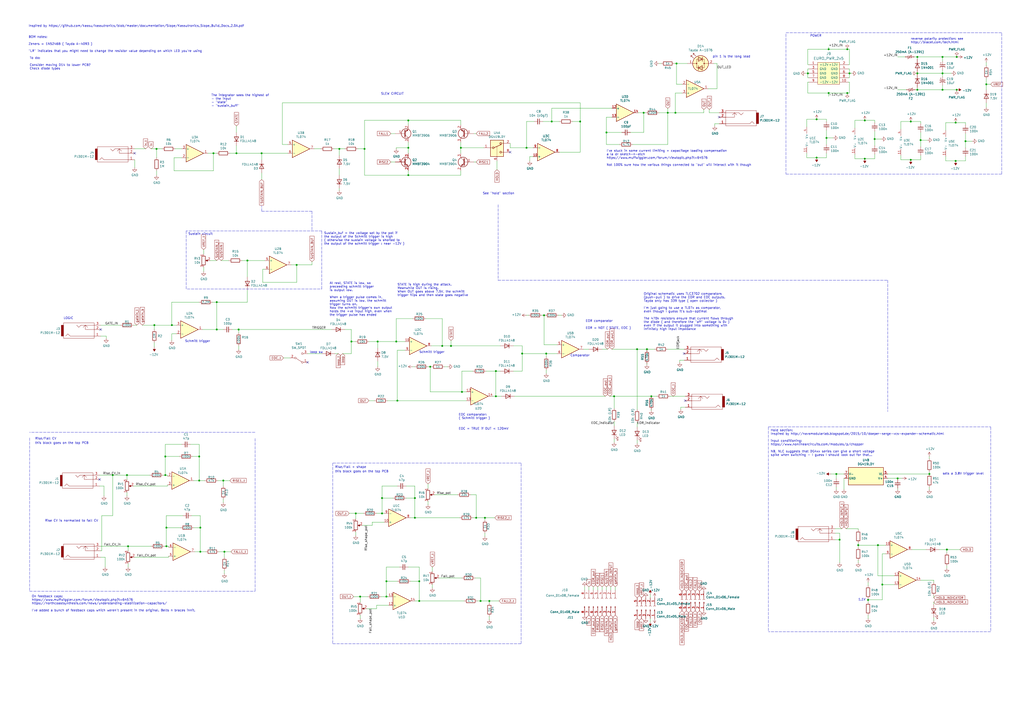
<source format=kicad_sch>
(kicad_sch (version 20211123) (generator eeschema)
  (paper "A2")
  (junction (at 503.555 347.98))
  (junction (at 261.62 200.66))
  (junction (at 554.355 93.345))
  (junction (at 501.65 69.85))
  (junction (at 283.845 348.615))
  (junction (at 267.335 85.725))
  (junction (at 99.695 188.595))
  (junction (at 554.99 52.07))
  (junction (at 287.655 215.265))
  (junction (at 485.14 274.955))
  (junction (at 511.81 339.09))
  (junction (at 539.115 274.955))
  (junction (at 305.435 85.725))
  (junction (at 320.04 70.485))
  (junction (at 236.855 69.85))
  (junction (at 130.175 320.04))
  (junction (at 492.76 42.545))
  (junction (at 138.43 191.135))
  (junction (at 224.155 346.075))
  (junction (at 534.035 81.28))
  (junction (at 560.07 81.915))
  (junction (at 479.425 80.01))
  (junction (at 546.735 33.02))
  (junction (at 96.52 306.07))
  (junction (at 143.51 151.13))
  (junction (at 243.205 337.185))
  (junction (at 221.615 288.925))
  (junction (at 249.555 212.725))
  (junction (at 377.825 229.87))
  (junction (at 554.99 33.02))
  (junction (at 206.375 297.815))
  (junction (at 115.57 278.765))
  (junction (at 287.655 229.87))
  (junction (at 151.765 88.9))
  (junction (at 351.79 76.835))
  (junction (at 501.65 92.075))
  (junction (at 509.27 316.23))
  (junction (at 116.205 306.07))
  (junction (at 211.455 86.36))
  (junction (at 96.52 316.865))
  (junction (at 243.205 348.615))
  (junction (at 487.045 313.055))
  (junction (at 532.13 33.02))
  (junction (at 375.285 202.565))
  (junction (at 236.855 101.6))
  (junction (at 520.7 277.495))
  (junction (at 172.085 153.67))
  (junction (at 532.13 42.545))
  (junction (at 65.405 275.59))
  (junction (at 208.915 346.075))
  (junction (at 196.85 86.36))
  (junction (at 137.16 88.9))
  (junction (at 356.235 229.87))
  (junction (at 369.57 202.565))
  (junction (at 554.355 71.12))
  (junction (at 281.305 300.355))
  (junction (at 387.35 65.405))
  (junction (at 276.225 300.355))
  (junction (at 572.135 48.895))
  (junction (at 240.665 300.355))
  (junction (at 230.505 232.41))
  (junction (at 507.365 80.645))
  (junction (at 123.825 88.9))
  (junction (at 267.97 227.33))
  (junction (at 302.895 205.105))
  (junction (at 125.73 191.135))
  (junction (at 315.595 182.88))
  (junction (at 221.615 297.815))
  (junction (at 316.865 205.105))
  (junction (at 116.205 320.04))
  (junction (at 236.855 85.725))
  (junction (at 546.735 52.07))
  (junction (at 278.765 348.615))
  (junction (at 95.885 264.795))
  (junction (at 532.13 52.07))
  (junction (at 125.73 175.26))
  (junction (at 256.54 200.66))
  (junction (at 491.49 28.575))
  (junction (at 528.32 92.71))
  (junction (at 546.735 42.545))
  (junction (at 473.71 91.44))
  (junction (at 224.155 337.185))
  (junction (at 468.63 42.545))
  (junction (at 229.87 198.12))
  (junction (at 549.275 318.77))
  (junction (at 497.84 316.23))
  (junction (at 90.805 86.36))
  (junction (at 480.695 53.975))
  (junction (at 129.54 278.765))
  (junction (at 203.835 198.12))
  (junction (at 74.295 316.865))
  (junction (at 89.535 188.595))
  (junction (at 480.695 28.575))
  (junction (at 240.665 288.925))
  (junction (at 528.32 70.485))
  (junction (at 391.795 65.405))
  (junction (at 115.57 264.795))
  (junction (at 373.38 65.405))
  (junction (at 491.49 53.975))
  (junction (at 95.885 275.59))
  (junction (at 219.075 198.12))
  (junction (at 73.66 275.59))
  (junction (at 473.71 69.215))
  (junction (at 392.43 36.83))
  (junction (at 336.55 70.485))
  (no_connect (at 78.105 88.9))
  (no_connect (at 57.785 278.13))
  (no_connect (at 295.91 88.265))
  (no_connect (at 396.875 205.105))
  (no_connect (at 178.435 210.185))
  (no_connect (at 58.42 191.135))
  (no_connect (at 397.51 232.41))
  (no_connect (at 417.195 67.945))
  (wire (pts (xy 473.71 91.44) (xy 479.425 91.44)))
  (wire (pts (xy 248.285 212.725) (xy 249.555 212.725)))
  (wire (pts (xy 492.76 42.545) (xy 494.03 42.545)))
  (wire (pts (xy 248.285 290.83) (xy 248.285 292.735)))
  (wire (pts (xy 203.835 198.12) (xy 203.835 205.105)))
  (wire (pts (xy 226.695 93.98) (xy 229.235 93.98)))
  (wire (pts (xy 522.605 74.93) (xy 522.605 70.485)))
  (wire (pts (xy 518.795 334.01) (xy 509.27 334.01)))
  (wire (pts (xy 239.395 184.785) (xy 229.87 184.785)))
  (polyline (pts (xy 445.77 247.65) (xy 445.77 366.395)))
  (wire (pts (xy 104.14 264.795) (xy 95.885 264.795)))
  (wire (pts (xy 532.13 52.07) (xy 530.86 52.07)))
  (wire (pts (xy 414.655 71.755) (xy 414.655 73.025)))
  (wire (pts (xy 572.135 48.895) (xy 572.135 52.07)))
  (wire (pts (xy 485.14 274.955) (xy 481.965 274.955)))
  (wire (pts (xy 130.175 320.04) (xy 130.175 323.215)))
  (wire (pts (xy 377.825 237.49) (xy 377.825 238.125)))
  (wire (pts (xy 153.67 156.21) (xy 152.4 156.21)))
  (wire (pts (xy 560.07 71.12) (xy 560.07 72.39)))
  (wire (pts (xy 167.005 83.82) (xy 163.83 83.82)))
  (wire (pts (xy 133.35 88.9) (xy 137.16 88.9)))
  (wire (pts (xy 546.735 49.53) (xy 546.735 52.07)))
  (wire (pts (xy 546.735 35.56) (xy 546.735 33.02)))
  (wire (pts (xy 138.43 193.04) (xy 138.43 191.135)))
  (wire (pts (xy 373.38 65.405) (xy 370.205 65.405)))
  (wire (pts (xy 339.09 340.36) (xy 339.09 342.265)))
  (wire (pts (xy 297.815 200.66) (xy 302.895 200.66)))
  (wire (pts (xy 110.49 257.81) (xy 115.57 257.81)))
  (wire (pts (xy 105.41 257.81) (xy 95.885 257.81)))
  (wire (pts (xy 492.76 37.465) (xy 492.125 37.465)))
  (wire (pts (xy 507.365 80.645) (xy 507.365 84.455)))
  (polyline (pts (xy 574.675 366.395) (xy 445.77 366.395)))
  (wire (pts (xy 186.055 86.36) (xy 182.245 86.36)))
  (wire (pts (xy 548.64 90.805) (xy 548.64 93.345)))
  (wire (pts (xy 73.66 285.75) (xy 73.66 287.655)))
  (wire (pts (xy 261.62 200.66) (xy 290.195 200.66)))
  (wire (pts (xy 95.885 257.81) (xy 95.885 264.795)))
  (wire (pts (xy 125.73 191.135) (xy 129.54 191.135)))
  (wire (pts (xy 572.135 48.895) (xy 572.135 45.72)))
  (wire (pts (xy 394.335 208.915) (xy 394.335 210.185)))
  (wire (pts (xy 229.87 198.12) (xy 234.95 198.12)))
  (wire (pts (xy 544.83 318.77) (xy 549.275 318.77)))
  (wire (pts (xy 119.38 320.04) (xy 116.205 320.04)))
  (wire (pts (xy 274.32 215.265) (xy 267.97 215.265)))
  (wire (pts (xy 295.91 83.185) (xy 295.91 85.725)))
  (wire (pts (xy 394.97 236.22) (xy 394.97 237.49)))
  (wire (pts (xy 240.665 300.355) (xy 240.665 288.925)))
  (wire (pts (xy 74.295 316.865) (xy 74.295 319.405)))
  (wire (pts (xy 123.825 99.06) (xy 100.965 99.06)))
  (wire (pts (xy 151.765 88.9) (xy 151.765 92.71)))
  (wire (pts (xy 224.155 346.075) (xy 225.425 346.075)))
  (wire (pts (xy 528.32 92.71) (xy 534.035 92.71)))
  (wire (pts (xy 302.895 205.105) (xy 302.895 215.265)))
  (wire (pts (xy 534.035 81.28) (xy 537.845 81.28)))
  (wire (pts (xy 105.41 91.44) (xy 100.965 91.44)))
  (wire (pts (xy 96.52 316.865) (xy 97.79 316.865)))
  (wire (pts (xy 273.05 287.02) (xy 276.225 287.02)))
  (wire (pts (xy 548.64 71.12) (xy 554.355 71.12)))
  (wire (pts (xy 152.4 156.21) (xy 152.4 163.83)))
  (wire (pts (xy 351.79 83.82) (xy 359.41 83.82)))
  (wire (pts (xy 492.76 53.975) (xy 492.76 47.625)))
  (wire (pts (xy 276.225 93.98) (xy 274.955 93.98)))
  (wire (pts (xy 202.565 297.815) (xy 206.375 297.815)))
  (polyline (pts (xy 193.04 268.605) (xy 193.04 373.38)))
  (wire (pts (xy 320.04 62.865) (xy 354.965 62.865)))
  (wire (pts (xy 356.235 236.855) (xy 356.235 229.87)))
  (wire (pts (xy 256.54 200.66) (xy 261.62 200.66)))
  (wire (pts (xy 315.595 182.88) (xy 316.23 182.88)))
  (wire (pts (xy 316.865 205.105) (xy 302.895 205.105)))
  (wire (pts (xy 497.84 317.5) (xy 497.84 316.23)))
  (wire (pts (xy 125.73 88.9) (xy 123.825 88.9)))
  (wire (pts (xy 211.455 101.6) (xy 236.855 101.6)))
  (wire (pts (xy 485.14 274.955) (xy 489.585 274.955)))
  (wire (pts (xy 97.155 275.59) (xy 97.155 276.225)))
  (wire (pts (xy 375.285 202.565) (xy 379.73 202.565)))
  (wire (pts (xy 560.07 81.915) (xy 560.07 85.725)))
  (wire (pts (xy 213.995 198.12) (xy 219.075 198.12)))
  (wire (pts (xy 375.285 203.2) (xy 375.285 202.565)))
  (wire (pts (xy 415.925 51.435) (xy 410.845 51.435)))
  (wire (pts (xy 106.045 299.085) (xy 96.52 299.085)))
  (wire (pts (xy 525.78 52.07) (xy 520.7 52.07)))
  (wire (pts (xy 511.81 347.98) (xy 511.81 339.09)))
  (wire (pts (xy 528.955 318.77) (xy 537.21 318.77)))
  (wire (pts (xy 572.135 59.69) (xy 572.135 62.23)))
  (wire (pts (xy 479.425 69.215) (xy 479.425 70.485)))
  (wire (pts (xy 218.44 353.06) (xy 212.725 353.06)))
  (wire (pts (xy 125.73 175.26) (xy 143.51 175.26)))
  (wire (pts (xy 307.34 90.805) (xy 307.34 93.345)))
  (wire (pts (xy 218.44 351.155) (xy 218.44 353.06)))
  (wire (pts (xy 522.605 70.485) (xy 528.32 70.485)))
  (wire (pts (xy 100.965 91.44) (xy 100.965 99.06)))
  (wire (pts (xy 163.83 59.69) (xy 336.55 59.69)))
  (wire (pts (xy 230.505 232.41) (xy 270.51 232.41)))
  (wire (pts (xy 90.805 86.36) (xy 87.63 86.36)))
  (wire (pts (xy 554.355 93.345) (xy 560.07 93.345)))
  (wire (pts (xy 206.375 297.815) (xy 206.375 300.99)))
  (wire (pts (xy 129.54 278.765) (xy 129.54 281.94)))
  (wire (pts (xy 104.775 306.07) (xy 96.52 306.07)))
  (wire (pts (xy 408.305 63.5) (xy 408.305 65.405)))
  (wire (pts (xy 73.66 275.59) (xy 73.66 278.13)))
  (wire (pts (xy 266.7 300.355) (xy 240.665 300.355)))
  (wire (pts (xy 549.275 318.77) (xy 556.895 318.77)))
  (wire (pts (xy 534.035 70.485) (xy 534.035 71.755)))
  (wire (pts (xy 152.4 163.83) (xy 172.085 163.83)))
  (wire (pts (xy 236.855 101.6) (xy 267.335 101.6)))
  (wire (pts (xy 274.32 300.355) (xy 276.225 300.355)))
  (wire (pts (xy 336.55 70.485) (xy 332.105 70.485)))
  (wire (pts (xy 411.48 63.5) (xy 411.48 65.405)))
  (wire (pts (xy 480.695 53.975) (xy 480.695 55.88)))
  (wire (pts (xy 215.9 304.8) (xy 210.185 304.8)))
  (wire (pts (xy 323.215 200.025) (xy 315.595 200.025)))
  (wire (pts (xy 495.935 92.075) (xy 501.65 92.075)))
  (wire (pts (xy 387.35 62.865) (xy 387.35 65.405)))
  (polyline (pts (xy 455.93 19.685) (xy 455.93 100.965)))
  (wire (pts (xy 489.585 277.495) (xy 489.585 283.845)))
  (polyline (pts (xy 581.025 19.05) (xy 455.93 19.05)))
  (wire (pts (xy 118.11 144.78) (xy 118.11 147.32)))
  (polyline (pts (xy 107.95 133.985) (xy 107.95 167.64)))
  (wire (pts (xy 468.63 37.465) (xy 468.63 28.575)))
  (wire (pts (xy 354.965 202.565) (xy 369.57 202.565)))
  (wire (pts (xy 314.325 182.88) (xy 315.595 182.88)))
  (wire (pts (xy 249.555 212.725) (xy 249.555 227.33)))
  (wire (pts (xy 507.365 69.85) (xy 507.365 71.12)))
  (wire (pts (xy 554.355 71.12) (xy 560.07 71.12)))
  (wire (pts (xy 546.735 42.545) (xy 551.815 42.545)))
  (wire (pts (xy 276.225 300.355) (xy 281.305 300.355)))
  (wire (pts (xy 205.105 346.075) (xy 208.915 346.075)))
  (polyline (pts (xy 186.69 133.985) (xy 107.95 133.985)))
  (wire (pts (xy 548.64 93.345) (xy 554.355 93.345)))
  (wire (pts (xy 58.42 194.945) (xy 61.595 194.945)))
  (wire (pts (xy 392.43 36.83) (xy 392.43 48.895)))
  (wire (pts (xy 503.555 347.98) (xy 503.555 349.25)))
  (wire (pts (xy 539.115 264.795) (xy 539.115 266.065)))
  (wire (pts (xy 468.63 53.975) (xy 480.695 53.975)))
  (wire (pts (xy 492.125 40.005) (xy 492.76 40.005)))
  (wire (pts (xy 509.27 316.23) (xy 513.715 316.23)))
  (wire (pts (xy 316.865 214.63) (xy 316.865 216.535)))
  (wire (pts (xy 79.375 188.595) (xy 77.47 188.595)))
  (wire (pts (xy 239.395 212.725) (xy 240.665 212.725)))
  (wire (pts (xy 541.655 346.71) (xy 541.655 345.44)))
  (wire (pts (xy 469.265 42.545) (xy 468.63 42.545)))
  (wire (pts (xy 74.295 327.025) (xy 74.295 328.93)))
  (wire (pts (xy 495.935 69.85) (xy 501.65 69.85)))
  (wire (pts (xy 267.335 101.6) (xy 267.335 99.06)))
  (wire (pts (xy 369.57 245.11) (xy 369.57 247.65)))
  (wire (pts (xy 97.155 281.94) (xy 97.155 281.305)))
  (wire (pts (xy 369.57 255.27) (xy 369.57 257.175)))
  (wire (pts (xy 267.335 69.85) (xy 267.335 72.39)))
  (wire (pts (xy 236.855 72.39) (xy 236.855 69.85)))
  (wire (pts (xy 65.405 275.59) (xy 73.66 275.59)))
  (wire (pts (xy 487.045 313.055) (xy 487.045 326.39)))
  (wire (pts (xy 207.645 86.36) (xy 211.455 86.36)))
  (wire (pts (xy 316.865 207.01) (xy 316.865 205.105)))
  (wire (pts (xy 225.425 351.155) (xy 218.44 351.155)))
  (wire (pts (xy 560.07 93.345) (xy 560.07 90.805)))
  (wire (pts (xy 360.68 76.835) (xy 351.79 76.835)))
  (wire (pts (xy 206.375 308.61) (xy 206.375 310.515)))
  (wire (pts (xy 78.105 86.36) (xy 84.455 86.36)))
  (wire (pts (xy 530.225 33.02) (xy 532.13 33.02)))
  (wire (pts (xy 369.57 202.565) (xy 375.285 202.565)))
  (wire (pts (xy 503.555 356.87) (xy 503.555 358.775)))
  (wire (pts (xy 341.63 202.565) (xy 338.455 202.565)))
  (wire (pts (xy 196.85 90.17) (xy 196.85 86.36)))
  (wire (pts (xy 257.81 212.725) (xy 259.715 212.725)))
  (wire (pts (xy 492.76 40.005) (xy 492.76 42.545)))
  (wire (pts (xy 252.095 287.02) (xy 265.43 287.02)))
  (wire (pts (xy 236.855 85.725) (xy 229.87 85.725)))
  (wire (pts (xy 354.33 340.36) (xy 354.33 342.265)))
  (wire (pts (xy 307.34 90.805) (xy 309.245 90.805)))
  (wire (pts (xy 485.14 282.575) (xy 485.14 283.845)))
  (wire (pts (xy 487.045 313.055) (xy 484.505 313.055)))
  (wire (pts (xy 99.695 175.26) (xy 115.57 175.26)))
  (wire (pts (xy 356.235 229.87) (xy 377.825 229.87)))
  (wire (pts (xy 99.695 188.595) (xy 99.695 175.26)))
  (wire (pts (xy 240.665 300.355) (xy 238.125 300.355)))
  (wire (pts (xy 86.995 275.59) (xy 73.66 275.59)))
  (wire (pts (xy 305.435 70.485) (xy 305.435 85.725)))
  (wire (pts (xy 249.555 227.33) (xy 267.97 227.33)))
  (wire (pts (xy 356.87 340.36) (xy 356.87 342.265)))
  (wire (pts (xy 283.845 348.615) (xy 289.56 348.615)))
  (wire (pts (xy 59.055 319.405) (xy 59.055 299.085)))
  (wire (pts (xy 118.11 154.94) (xy 118.11 157.48)))
  (wire (pts (xy 219.075 209.55) (xy 219.075 212.725)))
  (wire (pts (xy 497.84 316.23) (xy 497.84 314.96)))
  (wire (pts (xy 346.71 340.36) (xy 346.71 342.265)))
  (wire (pts (xy 387.35 202.565) (xy 396.875 202.565)))
  (wire (pts (xy 112.395 306.07) (xy 116.205 306.07)))
  (wire (pts (xy 382.27 65.405) (xy 387.35 65.405)))
  (wire (pts (xy 417.195 71.755) (xy 414.655 71.755)))
  (wire (pts (xy 541.655 349.25) (xy 541.655 350.52)))
  (wire (pts (xy 320.04 62.865) (xy 320.04 70.485)))
  (wire (pts (xy 387.35 65.405) (xy 391.795 65.405)))
  (wire (pts (xy 125.73 175.26) (xy 125.73 191.135)))
  (wire (pts (xy 137.16 84.455) (xy 137.16 88.9)))
  (wire (pts (xy 467.995 91.44) (xy 473.71 91.44)))
  (wire (pts (xy 391.795 65.405) (xy 408.305 65.405)))
  (wire (pts (xy 480.695 28.575) (xy 480.695 27.305)))
  (wire (pts (xy 479.425 75.565) (xy 479.425 80.01)))
  (wire (pts (xy 82.55 188.595) (xy 89.535 188.595)))
  (wire (pts (xy 549.275 318.77) (xy 549.275 320.675)))
  (wire (pts (xy 532.13 42.545) (xy 532.13 43.18)))
  (polyline (pts (xy 151.765 122.555) (xy 151.765 119.38)))
  (wire (pts (xy 377.19 358.775) (xy 377.19 360.68)))
  (wire (pts (xy 222.885 302.895) (xy 215.9 302.895)))
  (wire (pts (xy 320.04 70.485) (xy 324.485 70.485)))
  (wire (pts (xy 229.87 184.785) (xy 229.87 198.12)))
  (wire (pts (xy 89.535 188.595) (xy 89.535 191.135)))
  (wire (pts (xy 276.225 287.02) (xy 276.225 300.355)))
  (wire (pts (xy 250.825 328.93) (xy 250.825 331.47)))
  (wire (pts (xy 534.035 76.835) (xy 534.035 81.28)))
  (wire (pts (xy 96.52 299.085) (xy 96.52 306.07)))
  (wire (pts (xy 532.13 50.8) (xy 532.13 52.07)))
  (wire (pts (xy 269.24 348.615) (xy 243.205 348.615)))
  (wire (pts (xy 560.07 81.915) (xy 563.88 81.915)))
  (wire (pts (xy 525.145 33.02) (xy 520.7 33.02)))
  (wire (pts (xy 138.43 191.135) (xy 192.405 191.135)))
  (wire (pts (xy 473.71 69.215) (xy 479.425 69.215)))
  (wire (pts (xy 203.835 198.12) (xy 206.375 198.12)))
  (wire (pts (xy 341.63 340.36) (xy 341.63 342.265)))
  (polyline (pts (xy 514.985 162.56) (xy 514.985 238.76)))
  (wire (pts (xy 356.235 244.475) (xy 356.235 247.015)))
  (wire (pts (xy 352.425 202.565) (xy 349.25 202.565)))
  (wire (pts (xy 485.14 277.495) (xy 485.14 274.955)))
  (wire (pts (xy 240.665 281.94) (xy 240.665 288.925)))
  (wire (pts (xy 491.49 28.575) (xy 492.76 28.575)))
  (wire (pts (xy 520.7 277.495) (xy 514.985 277.495)))
  (polyline (pts (xy 108.585 167.64) (xy 186.69 167.64)))
  (wire (pts (xy 236.855 69.85) (xy 267.335 69.85)))
  (wire (pts (xy 467.995 69.215) (xy 473.71 69.215)))
  (wire (pts (xy 377.19 344.805) (xy 377.19 346.71)))
  (wire (pts (xy 120.65 88.9) (xy 123.825 88.9)))
  (polyline (pts (xy 288.925 118.745) (xy 288.925 162.56)))
  (wire (pts (xy 200.025 191.135) (xy 203.835 191.135)))
  (wire (pts (xy 387.35 65.405) (xy 387.35 83.82)))
  (wire (pts (xy 89.535 198.755) (xy 89.535 201.295)))
  (wire (pts (xy 143.51 151.13) (xy 143.51 160.655)))
  (wire (pts (xy 468.63 40.005) (xy 468.63 42.545)))
  (wire (pts (xy 101.6 86.36) (xy 105.41 86.36)))
  (wire (pts (xy 206.375 297.815) (xy 210.82 297.815)))
  (wire (pts (xy 118.745 278.765) (xy 115.57 278.765)))
  (wire (pts (xy 180.975 153.67) (xy 180.975 151.765)))
  (wire (pts (xy 90.805 86.36) (xy 90.805 91.44)))
  (wire (pts (xy 546.735 52.07) (xy 554.99 52.07)))
  (polyline (pts (xy 147.955 342.9) (xy 147.955 254)))
  (wire (pts (xy 511.81 321.31) (xy 513.715 321.31)))
  (wire (pts (xy 520.7 283.21) (xy 520.7 283.845)))
  (wire (pts (xy 261.62 197.485) (xy 261.62 200.66)))
  (wire (pts (xy 479.425 80.01) (xy 479.425 83.82)))
  (polyline (pts (xy 17.145 342.9) (xy 147.955 342.9)))
  (wire (pts (xy 487.045 309.245) (xy 484.505 309.245)))
  (wire (pts (xy 509.27 334.01) (xy 509.27 316.23)))
  (wire (pts (xy 495.935 74.295) (xy 495.935 69.85)))
  (wire (pts (xy 267.97 227.33) (xy 270.51 227.33)))
  (wire (pts (xy 353.695 229.87) (xy 356.235 229.87)))
  (wire (pts (xy 484.505 306.705) (xy 488.315 306.705)))
  (wire (pts (xy 116.205 299.085) (xy 116.205 306.07)))
  (wire (pts (xy 492.125 42.545) (xy 492.76 42.545)))
  (wire (pts (xy 243.205 348.615) (xy 243.205 337.185)))
  (wire (pts (xy 211.455 86.36) (xy 211.455 69.85)))
  (wire (pts (xy 203.835 191.135) (xy 203.835 198.12)))
  (wire (pts (xy 238.125 337.185) (xy 243.205 337.185)))
  (wire (pts (xy 172.085 153.67) (xy 168.91 153.67)))
  (wire (pts (xy 549.275 328.295) (xy 549.275 329.565)))
  (wire (pts (xy 77.47 281.94) (xy 97.155 281.94)))
  (wire (pts (xy 196.85 109.22) (xy 196.85 110.49)))
  (wire (pts (xy 305.435 85.725) (xy 309.245 85.725)))
  (wire (pts (xy 534.035 92.71) (xy 534.035 90.17)))
  (wire (pts (xy 480.695 53.975) (xy 491.49 53.975)))
  (wire (pts (xy 143.51 168.275) (xy 143.51 175.26)))
  (wire (pts (xy 469.265 47.625) (xy 468.63 47.625)))
  (wire (pts (xy 522.605 92.71) (xy 528.32 92.71)))
  (wire (pts (xy 172.085 163.83) (xy 172.085 153.67)))
  (wire (pts (xy 78.105 92.71) (xy 78.105 97.155)))
  (wire (pts (xy 196.85 101.6) (xy 196.85 97.79)))
  (wire (pts (xy 520.7 277.495) (xy 523.24 277.495)))
  (polyline (pts (xy 17.145 254) (xy 17.145 342.9)))
  (wire (pts (xy 219.075 198.12) (xy 219.075 201.93)))
  (wire (pts (xy 497.84 316.23) (xy 509.27 316.23)))
  (wire (pts (xy 58.42 319.405) (xy 59.055 319.405)))
  (wire (pts (xy 492.76 45.085) (xy 492.125 45.085)))
  (wire (pts (xy 467.995 73.66) (xy 467.995 69.215)))
  (wire (pts (xy 411.48 65.405) (xy 417.195 65.405)))
  (wire (pts (xy 128.27 151.13) (xy 132.715 151.13)))
  (wire (pts (xy 396.875 208.915) (xy 394.335 208.915)))
  (wire (pts (xy 546.735 40.64) (xy 546.735 42.545)))
  (wire (pts (xy 374.65 65.405) (xy 373.38 65.405)))
  (wire (pts (xy 295.91 85.725) (xy 305.435 85.725)))
  (wire (pts (xy 231.775 328.93) (xy 224.155 328.93)))
  (wire (pts (xy 356.235 254.635) (xy 356.235 256.54)))
  (wire (pts (xy 491.49 53.975) (xy 492.76 53.975)))
  (wire (pts (xy 196.85 86.36) (xy 193.675 86.36)))
  (wire (pts (xy 469.265 40.005) (xy 468.63 40.005)))
  (wire (pts (xy 554.99 33.02) (xy 555.625 33.02)))
  (wire (pts (xy 309.88 70.485) (xy 305.435 70.485)))
  (wire (pts (xy 532.13 41.91) (xy 532.13 42.545)))
  (wire (pts (xy 58.42 188.595) (xy 69.85 188.595)))
  (wire (pts (xy 121.92 151.13) (xy 125.73 151.13)))
  (wire (pts (xy 480.695 28.575) (xy 491.49 28.575)))
  (wire (pts (xy 143.51 151.13) (xy 153.67 151.13)))
  (wire (pts (xy 221.615 288.925) (xy 221.615 297.815)))
  (wire (pts (xy 336.55 59.69) (xy 336.55 70.485)))
  (wire (pts (xy 59.055 299.085) (xy 65.405 299.085)))
  (wire (pts (xy 267.97 215.265) (xy 267.97 227.33)))
  (wire (pts (xy 511.81 339.09) (xy 511.81 321.31)))
  (wire (pts (xy 102.235 188.595) (xy 99.695 188.595)))
  (wire (pts (xy 507.365 92.075) (xy 507.365 89.535)))
  (wire (pts (xy 247.015 184.785) (xy 256.54 184.785)))
  (wire (pts (xy 117.475 191.135) (xy 125.73 191.135)))
  (wire (pts (xy 97.79 323.215) (xy 97.79 322.58)))
  (wire (pts (xy 200.025 86.36) (xy 196.85 86.36)))
  (wire (pts (xy 57.785 281.94) (xy 60.325 281.94)))
  (polyline (pts (xy 186.69 167.64) (xy 186.69 133.985)))
  (wire (pts (xy 283.845 349.885) (xy 283.845 348.615)))
  (wire (pts (xy 534.035 336.55) (xy 541.655 336.55)))
  (wire (pts (xy 115.57 278.765) (xy 112.395 278.765)))
  (polyline (pts (xy 581.025 100.965) (xy 581.025 19.05)))
  (wire (pts (xy 351.79 340.36) (xy 351.79 342.265)))
  (wire (pts (xy 539.115 273.685) (xy 539.115 274.955)))
  (wire (pts (xy 383.54 36.83) (xy 382.27 36.83)))
  (wire (pts (xy 267.335 85.725) (xy 267.335 88.9)))
  (wire (pts (xy 97.79 316.865) (xy 97.79 317.5)))
  (wire (pts (xy 276.86 348.615) (xy 278.765 348.615)))
  (wire (pts (xy 541.655 358.14) (xy 541.655 360.045)))
  (wire (pts (xy 90.805 86.36) (xy 93.98 86.36)))
  (polyline (pts (xy 193.04 373.38) (xy 302.26 373.38)))
  (wire (pts (xy 134.62 191.135) (xy 138.43 191.135)))
  (wire (pts (xy 391.16 36.83) (xy 392.43 36.83)))
  (wire (pts (xy 532.13 33.02) (xy 546.735 33.02)))
  (wire (pts (xy 236.855 82.55) (xy 236.855 85.725)))
  (wire (pts (xy 178.435 205.105) (xy 186.69 205.105)))
  (wire (pts (xy 397.51 236.22) (xy 394.97 236.22)))
  (wire (pts (xy 221.615 281.94) (xy 221.615 288.925)))
  (wire (pts (xy 196.215 205.105) (xy 194.31 205.105)))
  (wire (pts (xy 256.54 200.66) (xy 250.19 200.66)))
  (wire (pts (xy 503.555 347.98) (xy 511.81 347.98)))
  (wire (pts (xy 230.505 281.94) (xy 221.615 281.94)))
  (wire (pts (xy 278.765 348.615) (xy 283.845 348.615)))
  (wire (pts (xy 116.205 306.07) (xy 116.205 320.04)))
  (wire (pts (xy 373.38 65.405) (xy 373.38 76.835)))
  (wire (pts (xy 503.555 337.82) (xy 503.555 339.725)))
  (wire (pts (xy 388.62 229.87) (xy 397.51 229.87)))
  (wire (pts (xy 387.35 83.82) (xy 367.03 83.82)))
  (wire (pts (xy 467.995 88.9) (xy 467.995 91.44)))
  (polyline (pts (xy 147.955 250.825) (xy 17.145 250.825)))
  (wire (pts (xy 395.605 53.975) (xy 391.795 53.975)))
  (wire (pts (xy 497.84 306.705) (xy 497.84 307.34)))
  (wire (pts (xy 224.155 337.185) (xy 224.155 346.075)))
  (wire (pts (xy 468.63 42.545) (xy 467.36 42.545)))
  (wire (pts (xy 208.915 356.87) (xy 208.915 358.775)))
  (wire (pts (xy 133.35 278.765) (xy 129.54 278.765)))
  (wire (pts (xy 65.405 299.085) (xy 65.405 275.59)))
  (wire (pts (xy 224.79 232.41) (xy 230.505 232.41)))
  (wire (pts (xy 226.695 77.47) (xy 229.235 77.47)))
  (wire (pts (xy 115.57 264.795) (xy 115.57 278.765)))
  (wire (pts (xy 256.54 184.785) (xy 256.54 200.66)))
  (wire (pts (xy 267.335 85.725) (xy 280.67 85.725)))
  (wire (pts (xy 377.825 229.87) (xy 381 229.87)))
  (wire (pts (xy 126.365 278.765) (xy 129.54 278.765)))
  (wire (pts (xy 123.825 88.9) (xy 123.825 99.06)))
  (wire (pts (xy 532.13 42.545) (xy 546.735 42.545)))
  (wire (pts (xy 236.855 328.93) (xy 243.205 328.93)))
  (wire (pts (xy 373.38 76.835) (xy 365.76 76.835)))
  (wire (pts (xy 323.85 182.88) (xy 325.755 182.88)))
  (wire (pts (xy 497.84 325.12) (xy 497.84 326.39)))
  (wire (pts (xy 546.735 33.02) (xy 554.99 33.02)))
  (wire (pts (xy 539.115 282.575) (xy 539.115 283.845)))
  (wire (pts (xy 315.595 182.88) (xy 315.595 200.025)))
  (wire (pts (xy 354.965 67.945) (xy 351.79 67.945)))
  (wire (pts (xy 254.635 335.28) (xy 267.97 335.28)))
  (wire (pts (xy 501.65 69.85) (xy 507.365 69.85)))
  (wire (pts (xy 137.16 88.9) (xy 151.765 88.9)))
  (wire (pts (xy 236.855 99.06) (xy 236.855 101.6)))
  (wire (pts (xy 249.555 212.725) (xy 250.19 212.725)))
  (wire (pts (xy 168.275 207.645) (xy 164.465 207.645)))
  (wire (pts (xy 288.29 93.345) (xy 288.29 98.425)))
  (wire (pts (xy 415.925 36.83) (xy 415.925 51.435)))
  (wire (pts (xy 391.795 53.975) (xy 391.795 65.405)))
  (wire (pts (xy 369.57 237.49) (xy 369.57 202.565)))
  (wire (pts (xy 211.455 86.36) (xy 211.455 101.6)))
  (wire (pts (xy 487.045 313.055) (xy 487.045 309.245)))
  (wire (pts (xy 392.43 36.83) (xy 398.78 36.83)))
  (polyline (pts (xy 455.93 100.965) (xy 581.025 100.965)))
  (wire (pts (xy 58.42 316.865) (xy 74.295 316.865)))
  (wire (pts (xy 548.64 75.565) (xy 548.64 71.12)))
  (wire (pts (xy 137.16 76.835) (xy 137.16 73.025)))
  (wire (pts (xy 58.42 323.215) (xy 60.96 323.215)))
  (wire (pts (xy 492.76 28.575) (xy 492.76 37.465)))
  (wire (pts (xy 248.285 280.67) (xy 248.285 283.21)))
  (wire (pts (xy 243.205 348.615) (xy 240.665 348.615)))
  (wire (pts (xy 208.915 346.075) (xy 213.36 346.075)))
  (wire (pts (xy 522.605 90.17) (xy 522.605 92.71)))
  (wire (pts (xy 323.215 205.105) (xy 316.865 205.105)))
  (wire (pts (xy 278.765 335.28) (xy 278.765 348.615)))
  (wire (pts (xy 375.285 210.82) (xy 375.285 211.455)))
  (wire (pts (xy 324.485 88.265) (xy 336.55 88.265)))
  (wire (pts (xy 215.9 302.895) (xy 215.9 304.8)))
  (wire (pts (xy 227.965 288.925) (xy 221.615 288.925)))
  (wire (pts (xy 133.985 320.04) (xy 130.175 320.04)))
  (polyline (pts (xy 180.975 122.555) (xy 151.765 122.555)))
  (wire (pts (xy 497.84 306.705) (xy 490.855 306.705)))
  (wire (pts (xy 468.63 47.625) (xy 468.63 53.975)))
  (wire (pts (xy 281.94 215.265) (xy 287.655 215.265)))
  (polyline (pts (xy 180.975 122.555) (xy 180.975 133.985)))
  (wire (pts (xy 99.695 188.595) (xy 89.535 188.595)))
  (wire (pts (xy 61.595 194.945) (xy 61.595 196.215)))
  (wire (pts (xy 492.76 42.545) (xy 492.76 45.085)))
  (wire (pts (xy 151.765 88.9) (xy 167.005 88.9)))
  (wire (pts (xy 503.555 347.345) (xy 503.555 347.98)))
  (wire (pts (xy 230.505 203.2) (xy 230.505 232.41)))
  (wire (pts (xy 99.695 193.675) (xy 99.695 197.485)))
  (wire (pts (xy 281.305 301.625) (xy 281.305 300.355)))
  (polyline (pts (xy 288.925 162.56) (xy 514.985 162.56)))
  (wire (pts (xy 235.585 288.925) (xy 240.665 288.925)))
  (wire (pts (xy 287.655 215.265) (xy 287.655 229.87)))
  (wire (pts (xy 305.435 182.88) (xy 306.705 182.88)))
  (wire (pts (xy 267.335 82.55) (xy 267.335 85.725)))
  (wire (pts (xy 528.32 70.485) (xy 534.035 70.485)))
  (wire (pts (xy 336.55 88.265) (xy 336.55 70.485)))
  (polyline (pts (xy 574.675 247.65) (xy 574.675 366.395)))
  (wire (pts (xy 281.305 309.245) (xy 281.305 311.15)))
  (wire (pts (xy 534.035 81.28) (xy 534.035 85.09)))
  (wire (pts (xy 127 320.04) (xy 130.175 320.04)))
  (wire (pts (xy 276.225 77.47) (xy 274.955 77.47)))
  (wire (pts (xy 60.325 281.94) (xy 60.325 287.655)))
  (wire (pts (xy 492.76 47.625) (xy 492.125 47.625)))
  (wire (pts (xy 151.765 100.33) (xy 151.765 104.14)))
  (wire (pts (xy 236.855 85.725) (xy 236.855 88.9)))
  (wire (pts (xy 495.935 89.535) (xy 495.935 92.075)))
  (wire (pts (xy 546.735 42.545) (xy 546.735 44.45)))
  (wire (pts (xy 518.795 339.09) (xy 511.81 339.09)))
  (wire (pts (xy 287.655 229.87) (xy 285.75 229.87)))
  (wire (pts (xy 351.79 67.945) (xy 351.79 76.835)))
  (wire (pts (xy 235.585 281.94) (xy 240.665 281.94)))
  (wire (pts (xy 172.085 153.67) (xy 180.975 153.67)))
  (wire (pts (xy 130.175 330.835) (xy 130.175 332.74)))
  (wire (pts (xy 468.63 45.085) (xy 469.265 45.085)))
  (wire (pts (xy 250.825 339.09) (xy 250.825 340.995)))
  (wire (pts (xy 102.235 193.675) (xy 99.695 193.675)))
  (wire (pts (xy 574.675 48.895) (xy 572.135 48.895)))
  (wire (pts (xy 314.96 70.485) (xy 320.04 70.485)))
  (wire (pts (xy 532.13 52.07) (xy 546.735 52.07)))
  (wire (pts (xy 129.54 289.56) (xy 129.54 291.465)))
  (wire (pts (xy 115.57 257.81) (xy 115.57 264.795)))
  (wire (pts (xy 479.425 91.44) (xy 479.425 88.9)))
  (wire (pts (xy 572.135 36.195) (xy 572.135 38.1)))
  (wire (pts (xy 298.45 229.87) (xy 351.155 229.87)))
  (wire (pts (xy 281.305 300.355) (xy 287.02 300.355)))
  (polyline (pts (xy 302.26 268.605) (xy 193.04 268.605)))
  (wire (pts (xy 507.365 76.2) (xy 507.365 80.645)))
  (wire (pts (xy 60.96 323.215) (xy 60.96 328.93)))
  (wire (pts (xy 211.455 69.85) (xy 236.855 69.85)))
  (wire (pts (xy 468.63 28.575) (xy 480.695 28.575)))
  (wire (pts (xy 514.985 274.955) (xy 539.115 274.955)))
  (wire (pts (xy 479.425 80.01) (xy 483.235 80.01)))
  (polyline (pts (xy 445.77 247.65) (xy 574.675 247.65)))
  (wire (pts (xy 501.65 92.075) (xy 507.365 92.075)))
  (wire (pts (xy 541.655 336.55) (xy 541.655 337.82)))
  (wire (pts (xy 213.995 232.41) (xy 217.17 232.41)))
  (wire (pts (xy 392.43 48.895) (xy 395.605 48.895)))
  (wire (pts (xy 283.845 357.505) (xy 283.845 359.41)))
  (wire (pts (xy 234.95 203.2) (xy 230.505 203.2)))
  (wire (pts (xy 163.83 83.82) (xy 163.83 59.69)))
  (wire (pts (xy 468.63 42.545) (xy 468.63 45.085)))
  (wire (pts (xy 198.755 205.105) (xy 203.835 205.105)))
  (wire (pts (xy 219.075 198.12) (xy 229.87 198.12)))
  (wire (pts (xy 221.615 297.815) (xy 218.44 297.815)))
  (wire (pts (xy 275.59 335.28) (xy 278.765 335.28)))
  (wire (pts (xy 208.915 346.075) (xy 208.915 349.25)))
  (wire (pts (xy 230.505 337.185) (xy 224.155 337.185)))
  (wire (pts (xy 111.125 299.085) (xy 116.205 299.085)))
  (wire (pts (xy 224.155 328.93) (xy 224.155 337.185)))
  (wire (pts (xy 520.7 278.13) (xy 520.7 277.495)))
  (wire (pts (xy 469.265 37.465) (xy 468.63 37.465)))
  (wire (pts (xy 302.895 200.66) (xy 302.895 205.105)))
  (wire (pts (xy 94.615 275.59) (xy 95.885 275.59)))
  (wire (pts (xy 113.03 320.04) (xy 116.205 320.04)))
  (wire (pts (xy 229.87 85.725) (xy 229.87 86.36)))
  (wire (pts (xy 351.79 76.835) (xy 351.79 83.82)))
  (wire (pts (xy 96.52 306.07) (xy 96.52 316.865)))
  (wire (pts (xy 507.365 80.645) (xy 511.175 80.645)))
  (wire (pts (xy 78.105 323.215) (xy 97.79 323.215)))
  (wire (pts (xy 95.885 275.59) (xy 97.155 275.59)))
  (wire (pts (xy 243.205 328.93) (xy 243.205 337.185)))
  (wire (pts (xy 140.335 151.13) (xy 143.51 151.13)))
  (wire (pts (xy 302.895 215.265) (xy 297.815 215.265)))
  (wire (pts (xy 532.13 34.29) (xy 532.13 33.02)))
  (wire (pts (xy 57.785 275.59) (xy 65.405 275.59)))
  (wire (pts (xy 414.02 36.83) (xy 415.925 36.83)))
  (wire (pts (xy 123.19 175.26) (xy 125.73 175.26)))
  (wire (pts (xy 560.07 77.47) (xy 560.07 81.915)))
  (wire (pts (xy 90.805 101.6) (xy 90.805 99.06)))
  (wire (pts (xy 349.25 340.36) (xy 349.25 342.265)))
  (wire (pts (xy 290.83 229.87) (xy 287.655 229.87)))
  (wire (pts (xy 111.76 264.795) (xy 115.57 264.795)))
  (wire (pts (xy 344.17 340.36) (xy 344.17 342.265)))
  (wire (pts (xy 138.43 200.66) (xy 138.43 202.565)))
  (wire (pts (xy 87.63 316.865) (xy 74.295 316.865)))
  (wire (pts (xy 95.25 316.865) (xy 96.52 316.865)))
  (polyline (pts (xy 302.26 373.38) (xy 302.26 268.605)))
  (wire (pts (xy 290.195 215.265) (xy 287.655 215.265)))
  (wire (pts (xy 224.155 346.075) (xy 220.98 346.075)))
  (wire (pts (xy 95.885 264.795) (xy 95.885 275.59)))
  (wire (pts (xy 221.615 297.815) (xy 222.885 297.815)))
  (text "Hold section:\nInspired by http://navsmodularlab.blogspot.de/2015/10/doeper-serge-vcs-expander-schematic.html\n\ninput conditioning: \nhttps://www.nonlinearcircuits.com/modules/p/chopper\n\nNB, NLC suggests that DG4xx series can give a short voltage \nspike when switching - I guess I should look out for that..." (at 447.04 264.795 0) (effects (font (size 1.27 1.27)) (justify left bottom)))
  (text "EOC comparator:\n( Schmitt trigger )\n\n\nEOC = TRUE if OUT < 120mV" (at 266.065 249.555 0) (effects (font (size 1.27 1.27)) (justify left bottom)))
  (text "The integrator sees the highest of\n- the input\n- \"state\"\n- \"sustain_buff\"" (at 122.555 62.23 0) (effects (font (size 1.27 1.27)) (justify left bottom)))
  (text "On feedback caps:\nhttps://www.muffwiggler.com/forum/viewtopic.php?t=64576\nhttps://northcoastsynthesis.com/news/understanding-stabilization-capacitors/\n\nI've added a bunch of feedback caps which weren't present in the original. Belts n braces innit. " (at 18.415 354.965 0) (effects (font (size 1.27 1.27)) (justify left bottom)))
  (text "EOR comparator\n\nEOR = NOT ( STATE, EOC )" (at 339.725 191.135 0) (effects (font (size 1.27 1.27)) (justify left bottom)))
  (text "LOGIC" (at 36.83 185.42 0) (effects (font (size 1.27 1.27)) (justify left bottom)))
  (text "reverse polarity protection: see\nhttp://blacet.com/tech.html" (at 528.32 25.4 0) (effects (font (size 1.27 1.27)) (justify left bottom)))
  (text "POWER" (at 469.9 21.59 0) (effects (font (size 1.27 1.27)) (justify left bottom)))
  (text "Rise/Fall + shape" (at 194.31 271.78 0) (effects (font (size 1.27 1.27)) (justify left bottom)))
  (text "SLEW CIRCUIT" (at 220.98 55.245 0) (effects (font (size 1.27 1.27)) (justify left bottom)))
  (text "pin 1 is the long lead" (at 413.385 33.655 0) (effects (font (size 1.27 1.27)) (justify left bottom)))
  (text "this block goes on the top PCB" (at 20.32 257.81 0) (effects (font (size 1.27 1.27)) (justify left bottom)))
  (text "Sustain_buf = the voltage set by the pot if \nthe output of the Schmitt trigger is high\n( otherwise the sustain voltage is shorted to \nthe output of the schmitt trigger : near -12V )" (at 187.96 142.24 0) (effects (font (size 1.27 1.27)) (justify left bottom)))
  (text "I've stuck in some current limiting + capacitage loading compensation\na la dr sketch-n-etch\nhttps://www.muffwiggler.com/forum/viewtopic.php?t=64576\n\nNot 100% sure how the various things connected to \"out\" will interact with it though" (at 351.79 96.52 0) (effects (font (size 1.27 1.27)) (justify left bottom)))
  (text "Inspired by https://github.com/kassu/kassutronics/blob/master/documentation/Slope/Kassutronics_Slope_Build_Docs_2.0A.pdf" (at 16.51 15.875 0) (effects (font (size 1.27 1.27)) (justify left bottom)))
  (text "Schmitt trigger" (at 107.315 198.755 0) (effects (font (size 1.27 1.27)) (justify left bottom)))
  (text "Rise/Fall CV" (at 20.32 255.27 0) (effects (font (size 1.27 1.27)) (justify left bottom)))
  (text "1.1V" (at 497.84 348.615 0) (effects (font (size 1.27 1.27)) (justify left bottom)))
  (text "Sustain circuit" (at 109.22 136.525 0) (effects (font (size 1.27 1.27)) (justify left bottom)))
  (text "Rise CV is normalled to fall CV" (at 26.035 302.895 0) (effects (font (size 1.27 1.27)) (justify left bottom)))
  (text "loop sw" (at 179.705 205.105 0) (effects (font (size 1.27 1.27)) (justify left bottom)))
  (text "Schmitt trigger" (at 243.205 205.105 0) (effects (font (size 1.27 1.27)) (justify left bottom)))
  (text "sets a 3.8V trigger level" (at 546.735 275.59 0) (effects (font (size 1.27 1.27)) (justify left bottom)))
  (text "BOM notes:\n \nZeners = 1N5246B ( Tayda A-4093 ) \n\n\"LR\" indicates that you might need to change the resistor value depending on which LED you're using\n" (at 16.51 30.48 0) (effects (font (size 1.27 1.27)) (justify left bottom)))
  (text "See \"hold\" section" (at 280.035 113.03 0) (effects (font (size 1.27 1.27)) (justify left bottom)))
  (text "STATE is high during the attack.\nMeanwhile OUT is rising.\nWhen OUT goes above 7.5V, the schmitt\ntrigger flips and then state goes negative " (at 230.505 172.085 0) (effects (font (size 1.27 1.27)) (justify left bottom)))
  (text "Comparator" (at 330.835 207.01 0) (effects (font (size 1.27 1.27)) (justify left bottom)))
  (text "this block goes on the top PCB" (at 194.31 274.32 0) (effects (font (size 1.27 1.27)) (justify left bottom)))
  (text "At rest, STATE is low, so \npreceeding schmitt trigger\nis output low.\n\nWhen a trigger pulse comes in, \nassuming OUT is low, the schmitt\ntrigger turns on. \nNow the schmitt trigger's own output\nholds the +ve input high, even when \nthe trigger pulse has ended\n" (at 191.135 183.515 0) (effects (font (size 1.27 1.27)) (justify left bottom)))
  (text "Original schematic uses TLC3702 comparators \n(push-pull ) to drive the EOR and EOC outputs.  \nTayda only has 339 type ( open collector )\n\nI'm just going to use a TL07x as comparator,\neven though I guess it's sub-optimal\n\nThe 470k resistors ensure that current flows through\nthe diode ( and therefore the \"off\" voltage is 0v ) \neven if the output it plugged into something with\ninfinitely high input impedance " (at 373.38 191.77 0) (effects (font (size 1.27 1.27)) (justify left bottom)))
  (text "To do:\n\nConsider moving D14 to lower PCB?\nCheck diode types" (at 17.145 40.64 0) (effects (font (size 1.27 1.27)) (justify left bottom)))
  (label "TRIGGER" (at 180.975 191.135 0))
  (label "EORjack" (at 394.335 202.565 90))
  (label "Rise_pot" (at 253.365 287.02 0))
  (label "+12V_IN" (at 520.7 33.02 180))
  (label "Rise_CV_in" (at 59.69 275.59 0))
  (label "GATE_IN" (at 60.96 188.595 0))
  (label "Rise_CV_pot" (at 78.74 281.94 0))
  (label "Fall_shape_pot" (at 215.9 353.06 270))
  (label "-12V_IN" (at 480.695 55.88 0))
  (label "EOR_indicator" (at 369.57 246.38 0))
  (label "Fall_CV_in" (at 60.325 316.865 0))
  (label "Rise_shape_pot" (at 213.36 304.8 270))
  (label "EOC_indicator" (at 356.235 246.38 180))
  (label "-12V_IN" (at 520.7 52.07 180))
  (label "Fall_pot" (at 255.905 335.28 0))
  (label "Fall_CV_pot" (at 79.375 323.215 0))
  (label "+12V_IN" (at 480.695 27.305 0))
  (label "OUT_LED" (at 415.925 40.005 0))
  (global_label "VREF_t" (shape input) (at 372.11 346.71 90) (property "Intersheet References" "${INTERSHEET_REFS}" (effects hide)))
  (global_label "FALL1_t" (shape input) (at 403.225 354.33 270) (property "Intersheet References" "${INTERSHEET_REFS}" (effects hide)))
  (global_label "EOC_out" (shape input) (at 351.155 229.87 90) (property "Intersheet References" "${INTERSHEET_REFS}" (effects hide)))
  (global_label "OUT" (shape input) (at 408.305 63.5 90) (property "Intersheet References" "${INTERSHEET_REFS}" (effects hide)))
  (global_label "RISE2" (shape input) (at 226.695 93.98 180) (property "Intersheet References" "${INTERSHEET_REFS}" (effects hide)))
  (global_label "in_t" (shape input) (at 341.63 356.87 270) (property "Intersheet References" "${INTERSHEET_REFS}" (effects hide)))
  (global_label "in" (shape input) (at 87.63 86.36 90) (property "Intersheet References" "${INTERSHEET_REFS}" (effects hide)))
  (global_label "FALL1" (shape input) (at 403.225 342.9 90) (property "Intersheet References" "${INTERSHEET_REFS}" (effects hide)))
  (global_label "loop" (shape input) (at 369.57 358.775 270) (property "Intersheet References" "${INTERSHEET_REFS}" (effects hide)))
  (global_label "HOLD_INPUT_t" (shape input) (at 354.33 356.87 270) (property "Intersheet References" "${INTERSHEET_REFS}" (effects hide)))
  (global_label "gatein_t" (shape input) (at 79.375 188.595 90) (property "Intersheet References" "${INTERSHEET_REFS}" (effects hide)))
  (global_label "VREF_t" (shape input) (at 250.825 328.93 90) (property "Intersheet References" "${INTERSHEET_REFS}" (effects hide)))
  (global_label "EOC_out" (shape input) (at 398.145 342.9 90) (property "Intersheet References" "${INTERSHEET_REFS}" (effects hide)))
  (global_label "in" (shape input) (at 341.63 340.36 90) (property "Intersheet References" "${INTERSHEET_REFS}" (effects hide)))
  (global_label "OUT_t" (shape input) (at 202.565 297.815 180) (property "Intersheet References" "${INTERSHEET_REFS}" (effects hide)))
  (global_label "EOC_t" (shape input) (at 390.525 229.87 90) (property "Intersheet References" "${INTERSHEET_REFS}" (effects hide)))
  (global_label "RISE2_t" (shape input) (at 346.71 356.87 270) (property "Intersheet References" "${INTERSHEET_REFS}" (effects hide)))
  (global_label "STATE" (shape input) (at 137.16 73.025 90) (property "Intersheet References" "${INTERSHEET_REFS}" (effects hide)))
  (global_label "HOLD" (shape input) (at 288.29 98.425 270) (property "Intersheet References" "${INTERSHEET_REFS}" (effects hide)))
  (global_label "HOLD_INDICATOR_t" (shape input) (at 541.655 349.25 0) (property "Intersheet References" "${INTERSHEET_REFS}" (effects hide)))
  (global_label "FALL2_t" (shape input) (at 289.56 348.615 0) (property "Intersheet References" "${INTERSHEET_REFS}" (effects hide)))
  (global_label "SUSTAIN" (shape input) (at 351.79 340.36 90) (property "Intersheet References" "${INTERSHEET_REFS}" (effects hide)))
  (global_label "RISE2" (shape input) (at 346.71 340.36 90) (property "Intersheet References" "${INTERSHEET_REFS}" (effects hide)))
  (global_label "FALL1" (shape input) (at 226.695 77.47 180) (property "Intersheet References" "${INTERSHEET_REFS}" (effects hide)))
  (global_label "in_t" (shape input) (at 84.455 86.36 90) (property "Intersheet References" "${INTERSHEET_REFS}" (effects hide)))
  (global_label "VREF" (shape input) (at 372.11 358.775 270) (property "Intersheet References" "${INTERSHEET_REFS}" (effects hide)))
  (global_label "EOC_out_t" (shape input) (at 398.145 354.33 270) (property "Intersheet References" "${INTERSHEET_REFS}" (effects hide)))
  (global_label "VREF_t" (shape input) (at 248.285 280.67 90) (property "Intersheet References" "${INTERSHEET_REFS}" (effects hide)))
  (global_label "VREF_t" (shape input) (at 118.11 144.78 90) (property "Intersheet References" "${INTERSHEET_REFS}" (effects hide)))
  (global_label "OUT_t" (shape input) (at 411.48 63.5 90) (property "Intersheet References" "${INTERSHEET_REFS}" (effects hide)))
  (global_label "SUSTAIN" (shape input) (at 128.27 151.13 90) (property "Intersheet References" "${INTERSHEET_REFS}" (effects hide)))
  (global_label "HOLD_INPUT" (shape input) (at 354.33 340.36 90) (property "Intersheet References" "${INTERSHEET_REFS}" (effects hide)))
  (global_label "FALL2_t" (shape input) (at 400.685 354.33 270) (property "Intersheet References" "${INTERSHEET_REFS}" (effects hide)))
  (global_label "RISE1_t" (shape input) (at 133.35 278.765 0) (property "Intersheet References" "${INTERSHEET_REFS}" (effects hide)))
  (global_label "OUT" (shape input) (at 387.35 62.865 90) (property "Intersheet References" "${INTERSHEET_REFS}" (effects hide)))
  (global_label "FALL1_t" (shape input) (at 133.985 320.04 0) (property "Intersheet References" "${INTERSHEET_REFS}" (effects hide)))
  (global_label "EOC_t" (shape input) (at 164.465 207.645 180) (property "Intersheet References" "${INTERSHEET_REFS}" (effects hide)))
  (global_label "SUSTAIN_t" (shape input) (at 125.73 151.13 90) (property "Intersheet References" "${INTERSHEET_REFS}" (effects hide)))
  (global_label "HOLD_INPUT_t" (shape input) (at 488.315 306.705 90) (property "Intersheet References" "${INTERSHEET_REFS}" (effects hide)))
  (global_label "EOR_out" (shape input) (at 352.425 202.565 90) (property "Intersheet References" "${INTERSHEET_REFS}" (effects hide)))
  (global_label "OUT" (shape input) (at 405.765 342.9 90) (property "Intersheet References" "${INTERSHEET_REFS}" (effects hide)))
  (global_label "VREF" (shape input) (at 574.675 48.895 0) (property "Intersheet References" "${INTERSHEET_REFS}" (effects hide)))
  (global_label "FALL2" (shape input) (at 400.685 342.9 90) (property "Intersheet References" "${INTERSHEET_REFS}" (effects hide)))
  (global_label "EOR_out_t" (shape input) (at 354.965 202.565 90) (property "Intersheet References" "${INTERSHEET_REFS}" (effects hide)))
  (global_label "SUSTAIN_t" (shape input) (at 351.79 356.87 270) (property "Intersheet References" "${INTERSHEET_REFS}" (effects hide)))
  (global_label "FALL2" (shape input) (at 276.225 77.47 0) (property "Intersheet References" "${INTERSHEET_REFS}" (effects hide)))
  (global_label "RISE1" (shape input) (at 276.225 93.98 0) (property "Intersheet References" "${INTERSHEET_REFS}" (effects hide)))
  (global_label "SUSTAIN_BUF" (shape input) (at 151.765 104.14 270) (property "Intersheet References" "${INTERSHEET_REFS}" (effects hide)))
  (global_label "HOLD_INDICATOR_t" (shape input) (at 395.605 354.33 270) (property "Intersheet References" "${INTERSHEET_REFS}" (effects hide)))
  (global_label "loop_t" (shape input) (at 369.57 346.71 90) (property "Intersheet References" "${INTERSHEET_REFS}" (effects hide)))
  (global_label "HOLD_INDICATOR" (shape input) (at 541.655 346.71 0) (property "Intersheet References" "${INTERSHEET_REFS}" (effects hide)))
  (global_label "RISE1_t" (shape input) (at 349.25 356.87 270) (property "Intersheet References" "${INTERSHEET_REFS}" (effects hide)))
  (global_label "OUT_t" (shape input) (at 205.105 346.075 180) (property "Intersheet References" "${INTERSHEET_REFS}" (effects hide)))
  (global_label "EOR_out_t" (shape input) (at 344.17 356.87 270) (property "Intersheet References" "${INTERSHEET_REFS}" (effects hide)))
  (global_label "OUT_t" (shape input) (at 405.765 354.33 270) (property "Intersheet References" "${INTERSHEET_REFS}" (effects hide)))
  (global_label "SUSTAIN_BUF" (shape input) (at 180.975 151.765 90) (property "Intersheet References" "${INTERSHEET_REFS}" (effects hide)))
  (global_label "gatein_b" (shape input) (at 356.87 340.36 90) (property "Intersheet References" "${INTERSHEET_REFS}" (effects hide)))
  (global_label "STATE" (shape input) (at 261.62 197.485 90) (property "Intersheet References" "${INTERSHEET_REFS}" (effects hide)))
  (global_label "HOLD_INPUT" (shape input) (at 490.855 306.705 90) (property "Intersheet References" "${INTERSHEET_REFS}" (effects hide)))
  (global_label "gatein_t" (shape input) (at 356.87 356.87 270) (property "Intersheet References" "${INTERSHEET_REFS}" (effects hide)))
  (global_label "EOC_out_t" (shape input) (at 353.695 229.87 90) (property "Intersheet References" "${INTERSHEET_REFS}" (effects hide)))
  (global_label "OUT" (shape input) (at 213.995 232.41 180) (property "Intersheet References" "${INTERSHEET_REFS}" (effects hide)))
  (global_label "loop_t" (shape input) (at 196.215 205.105 270) (property "Intersheet References" "${INTERSHEET_REFS}" (effects hide)))
  (global_label "HOLD" (shape input) (at 556.895 318.77 0) (property "Intersheet References" "${INTERSHEET_REFS}" (effects hide)))
  (global_label "gatein_b" (shape input) (at 82.55 188.595 90) (property "Intersheet References" "${INTERSHEET_REFS}" (effects hide)))
  (global_label "RISE2_t" (shape input) (at 287.02 300.355 0) (property "Intersheet References" "${INTERSHEET_REFS}" (effects hide)))
  (global_label "loop" (shape input) (at 198.755 205.105 270) (property "Intersheet References" "${INTERSHEET_REFS}" (effects hide)))
  (global_label "HOLD_INDICATOR" (shape input) (at 395.605 342.9 90) (property "Intersheet References" "${INTERSHEET_REFS}" (effects hide)))
  (global_label "EOR_out" (shape input) (at 344.17 340.36 90) (property "Intersheet References" "${INTERSHEET_REFS}" (effects hide)))
  (global_label "RISE1" (shape input) (at 349.25 340.36 90) (property "Intersheet References" "${INTERSHEET_REFS}" (effects hide)))
  (symbol (lib_id "Device:R") (at 90.805 95.25 180) (unit 1)
    (property "Reference" "R3" (at 92.583 94.0816 0) (effects (justify right)))
    (property "Value" "1M" (at 92.583 96.393 0) (effects (justify right)))
    (property "Footprint" "Eurocad:R_0805_2012Metric_Pad1.15x1.40mm_HandSolder_smallText" (effects hide))
  )
  (symbol (lib_id "Device:R") (at 97.79 86.36 90) (unit 1)
    (property "Reference" "R6" (at 97.79 81.1022 90))
    (property "Value" "10k" (at 97.79 83.4136 90))
    (property "Footprint" "Eurocad:R_0805_2012Metric_Pad1.15x1.40mm_HandSolder_smallText" (effects hide))
  )
  (symbol (lib_id "Amplifier_Operational:TL074") (at 403.225 51.435 0) (mirror x) (unit 1)
    (property "Reference" "U5" (at 404.495 47.625 0))
    (property "Value" "TL074" (at 401.955 51.435 0))
    (property "Footprint" "Package_SO:SOIC-14_3.9x8.7mm_P1.27mm" (effects hide))
    (property "Datasheet" "http://www.ti.com/lit/ds/symlink/tl071.pdf" (effects hide))
  )
  (symbol (lib_id "power:GND") (at 90.805 101.6 0) (unit 1)
    (property "Reference" "#PWR08" (effects hide))
    (property "Value" "GND" (at 90.932 105.9942 0))
  )
  (symbol (lib_id "eurocad:PJ301M-12") (at 66.675 88.9 0) (mirror x) (unit 1)
    (property "Reference" "J4" (at 54.5592 88.4936 0) (effects (justify right)))
    (property "Value" "PJ301M-12" (at 54.5592 90.805 0) (effects (justify right)))
    (property "Footprint" "Eurocad:PJ301M-12_Compact" (effects hide))
  )
  (symbol (lib_id "power:GND") (at 78.105 97.155 0) (unit 1)
    (property "Reference" "#PWR06" (effects hide))
    (property "Value" "GND" (at 78.232 101.5492 0))
  )
  (symbol (lib_id "Diode:1N4148") (at 137.16 80.645 90) (unit 1)
    (property "Reference" "D1" (at 139.192 79.4766 90) (effects (justify right)))
    (property "Value" "FDLL4148" (at 139.192 81.788 90) (effects (justify right)))
    (property "Footprint" "Eurocad:LL4148_sam" (effects hide))
    (property "Datasheet" "https://assets.nexperia.com/documents/data-sheet/1N4148_1N4448.pdf" (effects hide))
  )
  (symbol (lib_id "Diode:1N4148") (at 151.765 96.52 270) (unit 1)
    (property "Reference" "D3" (at 149.733 97.6884 90) (effects (justify right)))
    (property "Value" "FDLL4148" (at 149.733 95.377 90) (effects (justify right)))
    (property "Footprint" "Eurocad:LL4148_sam" (effects hide))
    (property "Datasheet" "https://assets.nexperia.com/documents/data-sheet/1N4148_1N4448.pdf" (effects hide))
  )
  (symbol (lib_id "Device:R") (at 129.54 88.9 90) (unit 1)
    (property "Reference" "R12" (at 129.54 83.6422 90))
    (property "Value" "10k" (at 129.54 85.9536 90))
    (property "Footprint" "Eurocad:R_0805_2012Metric_Pad1.15x1.40mm_HandSolder_smallText" (effects hide))
  )
  (symbol (lib_id "Amplifier_Operational:TL074") (at 174.625 86.36 0) (unit 2)
    (property "Reference" "U3" (at 174.625 77.0382 0))
    (property "Value" "TL074" (at 174.625 79.3496 0))
    (property "Footprint" "Package_SO:SOIC-14_3.9x8.7mm_P1.27mm" (effects hide))
    (property "Datasheet" "http://www.ti.com/lit/ds/symlink/tl071.pdf" (effects hide))
  )
  (symbol (lib_id "Device:R") (at 189.865 86.36 270) (unit 1)
    (property "Reference" "R17" (at 189.865 81.1022 90))
    (property "Value" "1k" (at 189.865 83.4136 90))
    (property "Footprint" "Eurocad:R_0805_2012Metric_Pad1.15x1.40mm_HandSolder_smallText" (effects hide))
  )
  (symbol (lib_id "Device:R") (at 203.835 86.36 270) (unit 1)
    (property "Reference" "R18" (at 203.835 81.1022 90))
    (property "Value" "10k" (at 203.835 83.4136 90))
    (property "Footprint" "Eurocad:R_0805_2012Metric_Pad1.15x1.40mm_HandSolder_smallText" (effects hide))
  )
  (symbol (lib_id "Device:D_Zener") (at 196.85 93.98 270) (unit 1)
    (property "Reference" "D5" (at 198.882 92.8116 90) (effects (justify left)))
    (property "Value" "7.5V" (at 198.882 95.123 90) (effects (justify left)))
    (property "Footprint" "Diode_THT:D_DO-35_SOD27_P7.62mm_Horizontal" (effects hide))
  )
  (symbol (lib_id "Device:D_Zener") (at 196.85 105.41 90) (unit 1)
    (property "Reference" "D6" (at 198.882 104.2416 90) (effects (justify right)))
    (property "Value" "7.5V" (at 198.882 106.553 90) (effects (justify right)))
    (property "Footprint" "Diode_THT:D_DO-35_SOD27_P7.62mm_Horizontal" (effects hide))
  )
  (symbol (lib_id "power:GND") (at 196.85 110.49 0) (unit 1)
    (property "Reference" "#PWR014" (effects hide))
    (property "Value" "GND" (at 196.977 114.8842 0))
  )
  (symbol (lib_id "Transistor_BJT:MMBT3904") (at 269.875 93.98 0) (mirror y) (unit 1)
    (property "Reference" "Q4" (at 265.0236 92.8116 0) (effects (justify left)))
    (property "Value" "MMBT3904" (at 265.0236 95.123 0) (effects (justify left)))
    (property "Footprint" "Package_TO_SOT_SMD:SOT-23" (effects hide))
    (property "Datasheet" "https://www.onsemi.com/pub/Collateral/2N3903-D.PDF" (effects hide))
  )
  (symbol (lib_id "Transistor_BJT:MMBT3904") (at 234.315 93.98 0) (unit 1)
    (property "Reference" "Q2" (at 239.1664 92.8116 0) (effects (justify left)))
    (property "Value" "MMBT3904" (at 239.1664 95.123 0) (effects (justify left)))
    (property "Footprint" "Package_TO_SOT_SMD:SOT-23" (effects hide))
    (property "Datasheet" "https://www.onsemi.com/pub/Collateral/2N3903-D.PDF" (effects hide))
  )
  (symbol (lib_id "Transistor_BJT:MMBT3906") (at 234.315 77.47 0) (mirror x) (unit 1)
    (property "Reference" "Q1" (at 239.1664 76.3016 0) (effects (justify left)))
    (property "Value" "MMBT3906" (at 239.1664 78.613 0) (effects (justify left)))
    (property "Footprint" "Package_TO_SOT_SMD:SOT-23" (effects hide))
    (property "Datasheet" "https://www.onsemi.com/pub/Collateral/2N3906-D.PDF" (effects hide))
  )
  (symbol (lib_id "Transistor_BJT:MMBT3906") (at 269.875 77.47 180) (unit 1)
    (property "Reference" "Q3" (at 265.0236 76.3016 0) (effects (justify left)))
    (property "Value" "MMBT3906" (at 265.0236 78.613 0) (effects (justify left)))
    (property "Footprint" "Package_TO_SOT_SMD:SOT-23" (effects hide))
    (property "Datasheet" "https://www.onsemi.com/pub/Collateral/2N3906-D.PDF" (effects hide))
  )
  (symbol (lib_id "power:GND") (at 229.87 86.36 0) (unit 1)
    (property "Reference" "#PWR019" (effects hide))
    (property "Value" "GND" (at 229.997 90.7542 0))
  )
  (symbol (lib_id "Amplifier_Operational:TL074") (at 316.865 88.265 0) (mirror x) (unit 3)
    (property "Reference" "U3" (at 316.865 78.9432 0))
    (property "Value" "TL074" (at 316.865 81.2546 0))
    (property "Footprint" "Package_SO:SOIC-14_3.9x8.7mm_P1.27mm" (effects hide))
    (property "Datasheet" "http://www.ti.com/lit/ds/symlink/tl071.pdf" (effects hide))
  )
  (symbol (lib_id "power:GND") (at 307.34 93.345 0) (unit 1)
    (property "Reference" "#PWR027" (effects hide))
    (property "Value" "GND" (at 307.467 97.7392 0))
  )
  (symbol (lib_id "Device:C_Small") (at 312.42 70.485 270) (unit 1)
    (property "Reference" "C8" (at 312.42 64.6684 90))
    (property "Value" "10n (c0g?)" (at 312.42 66.9798 90))
    (property "Footprint" "Capacitor_SMD:C_0805_2012Metric_Pad1.15x1.40mm_HandSolder_smallText" (effects hide))
  )
  (symbol (lib_id "Device:R") (at 328.295 70.485 270) (unit 1)
    (property "Reference" "R38" (at 328.295 65.2272 90))
    (property "Value" "1k" (at 328.295 67.5386 90))
    (property "Footprint" "Eurocad:R_0805_2012Metric_Pad1.15x1.40mm_HandSolder_smallText" (effects hide))
  )
  (symbol (lib_id "Amplifier_Operational:TL074") (at 362.585 65.405 0) (unit 4)
    (property "Reference" "U3" (at 362.585 56.0832 0))
    (property "Value" "TL074" (at 362.585 58.3946 0))
    (property "Footprint" "Package_SO:SOIC-14_3.9x8.7mm_P1.27mm" (effects hide))
    (property "Datasheet" "http://www.ti.com/lit/ds/symlink/tl071.pdf" (effects hide))
  )
  (symbol (lib_id "eurocad:PJ301M-12") (at 428.625 67.945 180) (unit 1)
    (property "Reference" "J7" (at 440.7662 67.5386 0) (effects (justify right)))
    (property "Value" "PJ301M-12" (at 440.7662 69.85 0) (effects (justify right)))
    (property "Footprint" "Eurocad:PJ301M-12_Compact" (effects hide))
  )
  (symbol (lib_id "power:GND") (at 414.655 73.025 0) (unit 1)
    (property "Reference" "#PWR035" (effects hide))
    (property "Value" "GND" (at 414.782 77.4192 0))
  )
  (symbol (lib_id "eurocad:PJ301M-12") (at 46.99 191.135 0) (mirror x) (unit 1)
    (property "Reference" "J3" (at 34.8742 190.7286 0) (effects (justify right)))
    (property "Value" "PJ301M-12" (at 34.8742 193.04 0) (effects (justify right)))
    (property "Footprint" "Eurocad:PJ301M-12_Compact" (effects hide))
  )
  (symbol (lib_id "Device:R") (at 73.66 188.595 90) (unit 1)
    (property "Reference" "R1" (at 73.66 186.69 90))
    (property "Value" "100k" (at 73.66 188.595 90))
    (property "Footprint" "Eurocad:R_0805_2012Metric_Pad1.15x1.40mm_HandSolder_smallText" (effects hide))
  )
  (symbol (lib_id "Device:R") (at 89.535 194.945 0) (unit 1)
    (property "Reference" "R2" (at 91.44 194.945 0) (effects (justify left)))
    (property "Value" "1M" (at 89.535 196.215 90) (effects (justify left)))
    (property "Footprint" "Eurocad:R_0805_2012Metric_Pad1.15x1.40mm_HandSolder_smallText" (effects hide))
  )
  (symbol (lib_id "power:-12V") (at 89.535 201.295 180) (unit 1)
    (property "Reference" "#PWR07" (effects hide))
    (property "Value" "-12V" (at 89.154 205.6892 0))
  )
  (symbol (lib_id "Amplifier_Operational:TL074") (at 109.855 191.135 0) (unit 1)
    (property "Reference" "U2" (at 109.855 181.8132 0))
    (property "Value" "TL074" (at 109.855 184.1246 0))
    (property "Footprint" "Package_SO:SOIC-14_3.9x8.7mm_P1.27mm" (effects hide))
    (property "Datasheet" "http://www.ti.com/lit/ds/symlink/tl071.pdf" (effects hide))
  )
  (symbol (lib_id "power:GND") (at 61.595 196.215 0) (unit 1)
    (property "Reference" "#PWR03" (effects hide))
    (property "Value" "GND" (at 61.722 200.6092 0))
  )
  (symbol (lib_id "power:GND") (at 99.695 197.485 0) (unit 1)
    (property "Reference" "#PWR09" (effects hide))
    (property "Value" "GND" (at 99.822 201.8792 0))
  )
  (symbol (lib_id "Device:R") (at 119.38 175.26 270) (unit 1)
    (property "Reference" "R9" (at 119.38 172.72 90))
    (property "Value" "2.2M" (at 119.38 175.26 90))
    (property "Footprint" "Eurocad:R_0805_2012Metric_Pad1.15x1.40mm_HandSolder_smallText" (effects hide))
  )
  (symbol (lib_id "Device:R_POT") (at 118.11 151.13 0) (unit 1)
    (property "Reference" "RV3" (at 116.332 149.9616 0) (effects (justify right)))
    (property "Value" "10k" (at 116.332 152.273 0) (effects (justify right)))
    (property "Footprint" "Eurocad:Alpha9mmPot" (effects hide))
  )
  (symbol (lib_id "power:GND") (at 118.11 157.48 0) (unit 1)
    (property "Reference" "#PWR010" (effects hide))
    (property "Value" "GND" (at 118.237 161.8742 0))
  )
  (symbol (lib_id "Diode:1N4148") (at 143.51 164.465 90) (unit 1)
    (property "Reference" "D2" (at 145.542 163.2966 90) (effects (justify right)))
    (property "Value" "FDLL4148" (at 145.542 165.608 90) (effects (justify right)))
    (property "Footprint" "Eurocad:LL4148_sam" (effects hide))
    (property "Datasheet" "https://assets.nexperia.com/documents/data-sheet/1N4148_1N4448.pdf" (effects hide))
  )
  (symbol (lib_id "Device:R") (at 136.525 151.13 270) (unit 1)
    (property "Reference" "R15" (at 136.525 145.8722 90))
    (property "Value" "10k" (at 136.525 148.1836 90))
    (property "Footprint" "Eurocad:R_0805_2012Metric_Pad1.15x1.40mm_HandSolder_smallText" (effects hide))
  )
  (symbol (lib_id "Device:C_Small") (at 108.585 299.085 270) (unit 1)
    (property "Reference" "C2" (at 108.585 293.2684 90))
    (property "Value" "47p" (at 108.585 295.5798 90))
    (property "Footprint" "Capacitor_SMD:C_0805_2012Metric_Pad1.15x1.40mm_HandSolder_smallText" (effects hide))
  )
  (symbol (lib_id "Amplifier_Operational:TL074") (at 161.29 153.67 0) (unit 2)
    (property "Reference" "U2" (at 161.29 144.3482 0))
    (property "Value" "TL074" (at 161.29 146.6596 0))
    (property "Footprint" "Package_SO:SOIC-14_3.9x8.7mm_P1.27mm" (effects hide))
    (property "Datasheet" "http://www.ti.com/lit/ds/symlink/tl071.pdf" (effects hide))
  )
  (symbol (lib_id "Device:C_Small") (at 132.08 191.135 90) (unit 1)
    (property "Reference" "C3" (at 132.08 185.3184 90))
    (property "Value" "100p" (at 132.08 187.6298 90))
    (property "Footprint" "Capacitor_SMD:C_0805_2012Metric_Pad1.15x1.40mm_HandSolder_smallText" (effects hide))
  )
  (symbol (lib_id "Device:R") (at 138.43 196.85 0) (unit 1)
    (property "Reference" "R16" (at 140.208 195.6816 0) (effects (justify left)))
    (property "Value" "100k" (at 138.43 199.39 90) (effects (justify left)))
    (property "Footprint" "Eurocad:R_0805_2012Metric_Pad1.15x1.40mm_HandSolder_smallText" (effects hide))
  )
  (symbol (lib_id "power:GND") (at 138.43 202.565 0) (unit 1)
    (property "Reference" "#PWR013" (effects hide))
    (property "Value" "GND" (at 138.557 206.9592 0))
  )
  (symbol (lib_id "Diode:1N4148") (at 196.215 191.135 180) (unit 1)
    (property "Reference" "D4" (at 196.215 185.6232 0))
    (property "Value" "FDLL4148" (at 196.215 187.9346 0))
    (property "Footprint" "Eurocad:LL4148_sam" (effects hide))
    (property "Datasheet" "https://assets.nexperia.com/documents/data-sheet/1N4148_1N4448.pdf" (effects hide))
  )
  (symbol (lib_id "Diode:1N4148") (at 190.5 205.105 180) (unit 1)
    (property "Reference" "D7" (at 190.5 199.5932 0))
    (property "Value" "FDLL4148" (at 190.5 201.9046 0))
    (property "Footprint" "Eurocad:LL4148_sam" (effects hide))
    (property "Datasheet" "https://assets.nexperia.com/documents/data-sheet/1N4148_1N4448.pdf" (effects hide))
  )
  (symbol (lib_id "Switch:SW_SPDT") (at 173.355 207.645 0) (mirror x) (unit 1)
    (property "Reference" "SW1" (at 173.355 199.39 0))
    (property "Value" "SW_SPDT" (at 173.355 201.7014 0))
    (property "Footprint" "Eurocad:SPDT toggle on-off-on" (effects hide))
  )
  (symbol (lib_id "Device:C_Small") (at 107.95 257.81 270) (unit 1)
    (property "Reference" "C1" (at 107.95 251.9934 90))
    (property "Value" "47p" (at 107.95 254.3048 90))
    (property "Footprint" "Capacitor_SMD:C_0805_2012Metric_Pad1.15x1.40mm_HandSolder_smallText" (effects hide))
  )
  (symbol (lib_id "Device:R") (at 210.185 198.12 270) (unit 1)
    (property "Reference" "R19" (at 210.185 195.58 90))
    (property "Value" "10k" (at 210.185 198.12 90))
    (property "Footprint" "Eurocad:R_0805_2012Metric_Pad1.15x1.40mm_HandSolder_smallText" (effects hide))
  )
  (symbol (lib_id "Device:D_Zener") (at 219.075 205.74 270) (unit 1)
    (property "Reference" "D8" (at 221.107 204.5716 90) (effects (justify left)))
    (property "Value" "7.5V" (at 221.107 206.883 90) (effects (justify left)))
    (property "Footprint" "Diode_THT:D_DO-35_SOD27_P7.62mm_Horizontal" (effects hide))
  )
  (symbol (lib_id "power:GND") (at 219.075 212.725 0) (unit 1)
    (property "Reference" "#PWR017" (effects hide))
    (property "Value" "GND" (at 219.202 217.1192 0))
  )
  (symbol (lib_id "Amplifier_Operational:TL074") (at 242.57 200.66 0) (unit 3)
    (property "Reference" "U2" (at 242.57 191.3382 0))
    (property "Value" "TL074" (at 242.57 193.6496 0))
    (property "Footprint" "Package_SO:SOIC-14_3.9x8.7mm_P1.27mm" (effects hide))
    (property "Datasheet" "http://www.ti.com/lit/ds/symlink/tl071.pdf" (effects hide))
  )
  (symbol (lib_id "Device:R") (at 243.205 184.785 270) (unit 1)
    (property "Reference" "R25" (at 243.205 182.245 90))
    (property "Value" "100k" (at 243.205 184.785 90))
    (property "Footprint" "Eurocad:R_0805_2012Metric_Pad1.15x1.40mm_HandSolder_smallText" (effects hide))
  )
  (symbol (lib_id "Device:R") (at 220.98 232.41 270) (unit 1)
    (property "Reference" "R22" (at 220.98 229.87 90))
    (property "Value" "10k" (at 220.98 232.41 90))
    (property "Footprint" "Eurocad:R_0805_2012Metric_Pad1.15x1.40mm_HandSolder_smallText" (effects hide))
  )
  (symbol (lib_id "Device:C_Small") (at 233.045 281.94 270) (unit 1)
    (property "Reference" "C4" (at 233.045 276.1234 90))
    (property "Value" "47p" (at 233.045 278.4348 90))
    (property "Footprint" "Capacitor_SMD:C_0805_2012Metric_Pad1.15x1.40mm_HandSolder_smallText" (effects hide))
  )
  (symbol (lib_id "power:+12V") (at 239.395 212.725 90) (unit 1)
    (property "Reference" "#PWR020" (effects hide))
    (property "Value" "+12V" (at 236.1438 212.344 90) (effects (justify left)))
  )
  (symbol (lib_id "Device:R") (at 244.475 212.725 270) (unit 1)
    (property "Reference" "R26" (at 244.475 210.185 90))
    (property "Value" "100k" (at 244.475 212.725 90))
    (property "Footprint" "Eurocad:R_0805_2012Metric_Pad1.15x1.40mm_HandSolder_smallText" (effects hide))
  )
  (symbol (lib_id "Device:R") (at 254 212.725 270) (unit 1)
    (property "Reference" "R27" (at 254 210.185 90))
    (property "Value" "1k" (at 254 212.725 90))
    (property "Footprint" "Eurocad:R_0805_2012Metric_Pad1.15x1.40mm_HandSolder_smallText" (effects hide))
  )
  (symbol (lib_id "power:GND") (at 259.715 212.725 90) (unit 1)
    (property "Reference" "#PWR023" (effects hide))
    (property "Value" "GND" (at 262.9662 212.598 90) (effects (justify right)))
  )
  (symbol (lib_id "Device:R") (at 278.13 215.265 270) (unit 1)
    (property "Reference" "R32" (at 278.13 212.725 90))
    (property "Value" "470k" (at 278.13 215.265 90))
    (property "Footprint" "Eurocad:R_0805_2012Metric_Pad1.15x1.40mm_HandSolder_smallText" (effects hide))
  )
  (symbol (lib_id "Device:C_Small") (at 485.14 280.035 0) (unit 1)
    (property "Reference" "C12" (at 482.8032 281.2034 0) (effects (justify right)))
    (property "Value" "100n" (at 482.8032 278.892 0) (effects (justify right)))
    (property "Footprint" "Capacitor_SMD:C_0805_2012Metric_Pad1.15x1.40mm_HandSolder_smallText" (effects hide))
  )
  (symbol (lib_id "power:GND") (at 485.14 283.845 0) (unit 1)
    (property "Reference" "#PWR041" (effects hide))
    (property "Value" "GND" (at 485.267 288.2392 0))
  )
  (symbol (lib_id "power:-12V") (at 481.965 274.955 90) (unit 1)
    (property "Reference" "#PWR039" (effects hide))
    (property "Value" "-12V" (at 478.7138 274.574 90) (effects (justify left)))
  )
  (symbol (lib_id "Analog_Switch:DG419LDY") (at 288.29 83.185 0) (unit 1)
    (property "Reference" "U4" (at 288.29 77.0382 0))
    (property "Value" "DG419LDY" (at 288.29 79.3496 0))
    (property "Footprint" "Package_SO:SOIC-8_3.9x4.9mm_P1.27mm" (effects hide))
    (property "Datasheet" "https://datasheets.maximintegrated.com/en/ds/DG417-DG419.pdf" (effects hide))
  )
  (symbol (lib_id "Analog_Switch:DG419LDY") (at 502.285 277.495 270) (mirror x) (unit 2)
    (property "Reference" "U4" (at 502.285 266.9032 90))
    (property "Value" "DG419LDY" (at 502.285 269.2146 90))
    (property "Footprint" "Package_SO:SOIC-8_3.9x4.9mm_P1.27mm" (effects hide))
    (property "Datasheet" "https://datasheets.maximintegrated.com/en/ds/DG417-DG419.pdf" (effects hide))
  )
  (symbol (lib_id "Diode:1N4148") (at 294.005 215.265 180) (unit 1)
    (property "Reference" "D11" (at 294.005 209.7532 0))
    (property "Value" "FDLL4148" (at 294.005 212.0646 0))
    (property "Footprint" "Eurocad:LL4148_sam" (effects hide))
    (property "Datasheet" "https://assets.nexperia.com/documents/data-sheet/1N4148_1N4448.pdf" (effects hide))
  )
  (symbol (lib_id "Diode:1N4148") (at 294.005 200.66 180) (unit 1)
    (property "Reference" "D10" (at 294.005 195.1482 0))
    (property "Value" "FDLL4148" (at 294.005 197.4596 0))
    (property "Footprint" "Eurocad:LL4148_sam" (effects hide))
    (property "Datasheet" "https://assets.nexperia.com/documents/data-sheet/1N4148_1N4448.pdf" (effects hide))
  )
  (symbol (lib_id "Device:C_Small") (at 234.315 328.93 270) (unit 1)
    (property "Reference" "C5" (at 234.315 323.1134 90))
    (property "Value" "47p" (at 234.315 325.4248 90))
    (property "Footprint" "Capacitor_SMD:C_0805_2012Metric_Pad1.15x1.40mm_HandSolder_smallText" (effects hide))
  )
  (symbol (lib_id "power:+12V") (at 305.435 182.88 90) (unit 1)
    (property "Reference" "#PWR026" (effects hide))
    (property "Value" "+12V" (at 302.1838 182.499 90) (effects (justify left)))
  )
  (symbol (lib_id "Device:R") (at 310.515 182.88 270) (unit 1)
    (property "Reference" "R35" (at 310.515 180.34 90))
    (property "Value" "100k" (at 310.515 182.88 90))
    (property "Footprint" "Eurocad:R_0805_2012Metric_Pad1.15x1.40mm_HandSolder_smallText" (effects hide))
  )
  (symbol (lib_id "Device:R") (at 320.04 182.88 270) (unit 1)
    (property "Reference" "R37" (at 320.04 180.34 90))
    (property "Value" "100k" (at 320.04 182.88 90))
    (property "Footprint" "Eurocad:R_0805_2012Metric_Pad1.15x1.40mm_HandSolder_smallText" (effects hide))
  )
  (symbol (lib_id "power:GND") (at 325.755 182.88 90) (unit 1)
    (property "Reference" "#PWR029" (effects hide))
    (property "Value" "GND" (at 329.0062 182.753 90) (effects (justify right)))
  )
  (symbol (lib_id "Device:R") (at 316.865 210.82 180) (unit 1)
    (property "Reference" "R36" (at 319.405 210.82 90))
    (property "Value" "100k" (at 316.865 210.82 90))
    (property "Footprint" "Eurocad:R_0805_2012Metric_Pad1.15x1.40mm_HandSolder_smallText" (effects hide))
  )
  (symbol (lib_id "power:GND") (at 316.865 216.535 0) (unit 1)
    (property "Reference" "#PWR028" (effects hide))
    (property "Value" "GND" (at 316.992 220.9292 0))
  )
  (symbol (lib_id "Device:R") (at 383.54 202.565 270) (unit 1)
    (property "Reference" "R42" (at 383.54 200.025 90))
    (property "Value" "1k" (at 383.54 202.565 90))
    (property "Footprint" "Eurocad:R_0805_2012Metric_Pad1.15x1.40mm_HandSolder_smallText" (effects hide))
  )
  (symbol (lib_id "Device:R") (at 384.81 229.87 270) (unit 1)
    (property "Reference" "R41" (at 384.81 227.33 90))
    (property "Value" "1k" (at 384.81 229.87 90))
    (property "Footprint" "Eurocad:R_0805_2012Metric_Pad1.15x1.40mm_HandSolder_smallText" (effects hide))
  )
  (symbol (lib_id "Device:LED") (at 356.235 250.825 90) (unit 1)
    (property "Reference" "D12" (at 359.2322 249.8344 90) (effects (justify right)))
    (property "Value" "LED" (at 359.2322 252.1458 90) (effects (justify right)))
    (property "Footprint" "LED_THT:LED_D3.0mm" (effects hide))
  )
  (symbol (lib_id "Device:R") (at 356.235 240.665 180) (unit 1)
    (property "Reference" "R39" (at 358.775 240.665 90))
    (property "Value" "10k (LR)" (at 353.695 240.665 90))
    (property "Footprint" "Eurocad:R_0805_2012Metric_Pad1.15x1.40mm_HandSolder_smallText" (effects hide))
  )
  (symbol (lib_id "Device:LED") (at 369.57 251.46 90) (unit 1)
    (property "Reference" "D13" (at 372.5672 250.4694 90) (effects (justify right)))
    (property "Value" "LED" (at 372.5672 252.7808 90) (effects (justify right)))
    (property "Footprint" "LED_THT:LED_D3.0mm" (effects hide))
  )
  (symbol (lib_id "Device:R") (at 369.57 241.3 180) (unit 1)
    (property "Reference" "R40" (at 372.11 241.3 90))
    (property "Value" "10k (LR)" (at 367.03 241.3 90))
    (property "Footprint" "Eurocad:R_0805_2012Metric_Pad1.15x1.40mm_HandSolder_smallText" (effects hide))
  )
  (symbol (lib_id "power:GND") (at 356.235 256.54 0) (unit 1)
    (property "Reference" "#PWR030" (effects hide))
    (property "Value" "GND" (at 356.362 260.9342 0))
  )
  (symbol (lib_id "power:GND") (at 369.57 257.175 0) (unit 1)
    (property "Reference" "#PWR031" (effects hide))
    (property "Value" "GND" (at 369.697 261.5692 0))
  )
  (symbol (lib_id "eurocad:PJ301M-12") (at 408.305 205.105 180) (unit 1)
    (property "Reference" "J5" (at 420.4462 204.6986 0) (effects (justify right)))
    (property "Value" "PJ301M-12" (at 420.4462 207.01 0) (effects (justify right)))
    (property "Footprint" "Eurocad:PJ301M-12_Compact" (effects hide))
  )
  (symbol (lib_id "power:GND") (at 394.335 210.185 0) (unit 1)
    (property "Reference" "#PWR032" (effects hide))
    (property "Value" "GND" (at 394.462 214.5792 0))
  )
  (symbol (lib_id "eurocad:PJ301M-12") (at 408.94 232.41 180) (unit 1)
    (property "Reference" "J6" (at 421.0812 232.0036 0) (effects (justify right)))
    (property "Value" "PJ301M-12" (at 421.0812 234.315 0) (effects (justify right)))
    (property "Footprint" "Eurocad:PJ301M-12_Compact" (effects hide))
  )
  (symbol (lib_id "power:GND") (at 394.97 237.49 0) (unit 1)
    (property "Reference" "#PWR033" (effects hide))
    (property "Value" "GND" (at 395.097 241.8842 0))
  )
  (symbol (lib_id "Amplifier_Operational:TL074") (at 233.045 348.615 0) (mirror x) (unit 4)
    (property "Reference" "U1" (at 233.045 357.9368 0))
    (property "Value" "TL074" (at 233.045 355.6254 0))
    (property "Footprint" "Package_SO:SOIC-14_3.9x8.7mm_P1.27mm" (effects hide))
    (property "Datasheet" "http://www.ti.com/lit/ds/symlink/tl071.pdf" (effects hide))
  )
  (symbol (lib_id "Device:R") (at 387.35 36.83 90) (unit 1)
    (property "Reference" "R45" (at 387.35 39.37 90))
    (property "Value" "1k" (at 387.35 36.83 90))
    (property "Footprint" "Eurocad:R_0805_2012Metric_Pad1.15x1.40mm_HandSolder_smallText" (effects hide))
  )
  (symbol (lib_id "power:GND") (at 382.27 36.83 270) (unit 1)
    (property "Reference" "#PWR034" (effects hide))
    (property "Value" "GND" (at 377.8758 36.957 0))
  )
  (symbol (lib_id "Device:LED_Dual_2pin") (at 406.4 36.83 0) (mirror y) (unit 1)
    (property "Reference" "D14" (at 406.4 26.7716 0))
    (property "Value" "Tayda A-1076" (at 406.4 29.083 0))
    (property "Footprint" "LED_THT:LED_D3.0mm" (effects hide))
  )
  (symbol (lib_id "power:GND") (at 489.585 283.845 0) (unit 1)
    (property "Reference" "#PWR043" (effects hide))
    (property "Value" "GND" (at 489.712 288.2392 0))
  )
  (symbol (lib_id "Device:C_Small") (at 520.7 280.67 0) (unit 1)
    (property "Reference" "C15" (at 518.3632 281.8384 0) (effects (justify right)))
    (property "Value" "100n" (at 518.3632 279.527 0) (effects (justify right)))
    (property "Footprint" "Capacitor_SMD:C_0805_2012Metric_Pad1.15x1.40mm_HandSolder_smallText" (effects hide))
  )
  (symbol (lib_id "power:GND") (at 520.7 283.845 0) (unit 1)
    (property "Reference" "#PWR051" (effects hide))
    (property "Value" "GND" (at 520.827 288.2392 0))
  )
  (symbol (lib_id "Device:R_POT") (at 248.285 287.02 0) (unit 1)
    (property "Reference" "RV6" (at 246.507 285.8516 0) (effects (justify right)))
    (property "Value" "10k" (at 246.507 288.163 0) (effects (justify right)))
    (property "Footprint" "Eurocad:Alpha9mmPot" (effects hide))
  )
  (symbol (lib_id "power:GND") (at 248.285 292.735 0) (unit 1)
    (property "Reference" "#PWR021" (effects hide))
    (property "Value" "GND" (at 248.412 297.1292 0))
  )
  (symbol (lib_id "Device:R_POT") (at 73.66 281.94 0) (mirror x) (unit 1)
    (property "Reference" "RV1" (at 71.9074 280.7716 0) (effects (justify right)))
    (property "Value" "100k" (at 71.9074 283.083 0) (effects (justify right)))
    (property "Footprint" "Eurocad:Alpha9mmPot" (effects hide))
  )
  (symbol (lib_id "power:GND") (at 60.325 287.655 0) (unit 1)
    (property "Reference" "#PWR01" (effects hide))
    (property "Value" "GND" (at 60.452 292.0492 0))
  )
  (symbol (lib_id "eurocad:PJ301M-12") (at 46.355 278.13 0) (mirror x) (unit 1)
    (property "Reference" "J1" (at 34.2392 277.7236 0) (effects (justify right)))
    (property "Value" "PJ301M-12" (at 34.2392 280.035 0) (effects (justify right)))
    (property "Footprint" "Eurocad:PJ301M-12_Compact" (effects hide))
  )
  (symbol (lib_id "power:GND") (at 73.66 287.655 0) (unit 1)
    (property "Reference" "#PWR04" (effects hide))
    (property "Value" "GND" (at 73.787 292.0492 0))
  )
  (symbol (lib_id "Device:R") (at 539.115 269.875 180) (unit 1)
    (property "Reference" "R50" (at 540.893 268.7066 0) (effects (justify right)))
    (property "Value" "100k" (at 540.893 271.018 0) (effects (justify right)))
    (property "Footprint" "Eurocad:R_0805_2012Metric_Pad1.15x1.40mm_HandSolder_smallText" (effects hide))
  )
  (symbol (lib_id "Device:R") (at 539.115 278.765 180) (unit 1)
    (property "Reference" "R51" (at 540.893 277.5966 0) (effects (justify right)))
    (property "Value" "47k" (at 540.893 279.908 0) (effects (justify right)))
    (property "Footprint" "Eurocad:R_0805_2012Metric_Pad1.15x1.40mm_HandSolder_smallText" (effects hide))
  )
  (symbol (lib_id "power:GND") (at 539.115 283.845 0) (unit 1)
    (property "Reference" "#PWR057" (effects hide))
    (property "Value" "GND" (at 539.242 288.2392 0))
  )
  (symbol (lib_id "Amplifier_Operational:TL074") (at 104.775 278.765 0) (mirror x) (unit 1)
    (property "Reference" "U1" (at 106.045 271.78 0))
    (property "Value" "TL074" (at 106.045 274.32 0))
    (property "Footprint" "Package_SO:SOIC-14_3.9x8.7mm_P1.27mm" (effects hide))
    (property "Datasheet" "http://www.ti.com/lit/ds/symlink/tl071.pdf" (effects hide))
  )
  (symbol (lib_id "Device:R") (at 90.805 275.59 90) (unit 1)
    (property "Reference" "R4" (at 90.805 273.685 90))
    (property "Value" "100k" (at 90.805 275.59 90))
    (property "Footprint" "Eurocad:R_0805_2012Metric_Pad1.15x1.40mm_HandSolder_smallText" (effects hide))
  )
  (symbol (lib_id "Device:R") (at 107.95 264.795 90) (unit 1)
    (property "Reference" "R7" (at 107.95 262.89 90))
    (property "Value" "100k" (at 107.95 264.795 90))
    (property "Footprint" "Eurocad:R_0805_2012Metric_Pad1.15x1.40mm_HandSolder_smallText" (effects hide))
  )
  (symbol (lib_id "Device:R") (at 122.555 278.765 90) (unit 1)
    (property "Reference" "R10" (at 122.555 276.86 90))
    (property "Value" "47k" (at 122.555 278.765 90))
    (property "Footprint" "Eurocad:R_0805_2012Metric_Pad1.15x1.40mm_HandSolder_smallText" (effects hide))
  )
  (symbol (lib_id "Device:R") (at 129.54 285.75 0) (unit 1)
    (property "Reference" "R13" (at 131.445 285.75 90))
    (property "Value" "1k" (at 129.54 285.75 90))
    (property "Footprint" "Eurocad:R_0805_2012Metric_Pad1.15x1.40mm_HandSolder_smallText" (effects hide))
  )
  (symbol (lib_id "power:GND") (at 129.54 291.465 0) (unit 1)
    (property "Reference" "#PWR011" (effects hide))
    (property "Value" "GND" (at 129.667 295.8592 0))
  )
  (symbol (lib_id "Amplifier_Operational:TL074") (at 113.03 88.9 0) (unit 1)
    (property "Reference" "U3" (at 113.03 79.5782 0))
    (property "Value" "TL074" (at 113.03 81.8896 0))
    (property "Footprint" "Package_SO:SOIC-14_3.9x8.7mm_P1.27mm" (effects hide))
    (property "Datasheet" "http://www.ti.com/lit/ds/symlink/tl071.pdf" (effects hide))
  )
  (symbol (lib_id "Amplifier_Operational:TL074") (at 330.835 202.565 0) (unit 2)
    (property "Reference" "U5" (at 330.835 193.2432 0))
    (property "Value" "TL074" (at 330.835 195.5546 0))
    (property "Footprint" "Package_SO:SOIC-14_3.9x8.7mm_P1.27mm" (effects hide))
    (property "Datasheet" "http://www.ti.com/lit/ds/symlink/tl071.pdf" (effects hide))
  )
  (symbol (lib_id "Amplifier_Operational:TL074") (at 526.415 336.55 0) (unit 4)
    (property "Reference" "U5" (at 526.415 327.2282 0))
    (property "Value" "TL074" (at 526.415 329.5396 0))
    (property "Footprint" "Package_SO:SOIC-14_3.9x8.7mm_P1.27mm" (effects hide))
    (property "Datasheet" "http://www.ti.com/lit/ds/symlink/tl071.pdf" (effects hide))
  )
  (symbol (lib_id "Amplifier_Operational:TL074") (at 521.335 318.77 0) (unit 3)
    (property "Reference" "U5" (at 521.335 309.4482 0))
    (property "Value" "TL074" (at 521.335 311.7596 0))
    (property "Footprint" "Package_SO:SOIC-14_3.9x8.7mm_P1.27mm" (effects hide))
    (property "Datasheet" "http://www.ti.com/lit/ds/symlink/tl071.pdf" (effects hide))
  )
  (symbol (lib_id "Device:R_POT") (at 74.295 323.215 0) (mirror x) (unit 1)
    (property "Reference" "RV2" (at 72.5424 322.0466 0) (effects (justify right)))
    (property "Value" "100k" (at 72.5424 324.358 0) (effects (justify right)))
    (property "Footprint" "Eurocad:Alpha9mmPot" (effects hide))
  )
  (symbol (lib_id "power:GND") (at 60.96 328.93 0) (unit 1)
    (property "Reference" "#PWR02" (effects hide))
    (property "Value" "GND" (at 61.087 333.3242 0))
  )
  (symbol (lib_id "eurocad:PJ301M-12") (at 46.99 319.405 0) (mirror x) (unit 1)
    (property "Reference" "J2" (at 34.8742 318.9986 0) (effects (justify right)))
    (property "Value" "PJ301M-12" (at 34.8742 321.31 0) (effects (justify right)))
    (property "Footprint" "Eurocad:PJ301M-12_Compact" (effects hide))
  )
  (symbol (lib_id "power:GND") (at 74.295 328.93 0) (unit 1)
    (property "Reference" "#PWR05" (effects hide))
    (property "Value" "GND" (at 74.422 333.3242 0))
  )
  (symbol (lib_id "Device:R") (at 91.44 316.865 90) (unit 1)
    (property "Reference" "R5" (at 91.44 314.96 90))
    (property "Value" "100k" (at 91.44 316.865 90))
    (property "Footprint" "Eurocad:R_0805_2012Metric_Pad1.15x1.40mm_HandSolder_smallText" (effects hide))
  )
  (symbol (lib_id "Device:R") (at 108.585 306.07 90) (unit 1)
    (property "Reference" "R8" (at 108.585 304.165 90))
    (property "Value" "100k" (at 108.585 306.07 90))
    (property "Footprint" "Eurocad:R_0805_2012Metric_Pad1.15x1.40mm_HandSolder_smallText" (effects hide))
  )
  (symbol (lib_id "Device:R") (at 123.19 320.04 90) (unit 1)
    (property "Reference" "R11" (at 123.19 318.135 90))
    (property "Value" "47k" (at 123.19 320.04 90))
    (property "Footprint" "Eurocad:R_0805_2012Metric_Pad1.15x1.40mm_HandSolder_smallText" (effects hide))
  )
  (symbol (lib_id "Device:R") (at 130.175 327.025 0) (unit 1)
    (property "Reference" "R14" (at 132.08 327.025 90))
    (property "Value" "1k" (at 130.175 327.025 90))
    (property "Footprint" "Eurocad:R_0805_2012Metric_Pad1.15x1.40mm_HandSolder_smallText" (effects hide))
  )
  (symbol (lib_id "power:GND") (at 130.175 332.74 0) (unit 1)
    (property "Reference" "#PWR012" (effects hide))
    (property "Value" "GND" (at 130.302 337.1342 0))
  )
  (symbol (lib_id "Amplifier_Operational:TL074") (at 105.41 320.04 0) (mirror x) (unit 2)
    (property "Reference" "U1" (at 105.41 310.7182 0))
    (property "Value" "TL074" (at 105.41 313.0296 0))
    (property "Footprint" "Package_SO:SOIC-14_3.9x8.7mm_P1.27mm" (effects hide))
    (property "Datasheet" "http://www.ti.com/lit/ds/symlink/tl071.pdf" (effects hide))
  )
  (symbol (lib_id "Device:R") (at 269.24 287.02 90) (unit 1)
    (property "Reference" "R28" (at 269.24 285.115 90))
    (property "Value" "22k" (at 269.24 287.02 90))
    (property "Footprint" "Eurocad:R_0805_2012Metric_Pad1.15x1.40mm_HandSolder_smallText" (effects hide))
  )
  (symbol (lib_id "Device:R") (at 281.305 305.435 0) (unit 1)
    (property "Reference" "R33" (at 283.21 305.435 90))
    (property "Value" "1k" (at 281.305 305.435 90))
    (property "Footprint" "Eurocad:R_0805_2012Metric_Pad1.15x1.40mm_HandSolder_smallText" (effects hide))
  )
  (symbol (lib_id "power:GND") (at 281.305 311.15 0) (unit 1)
    (property "Reference" "#PWR024" (effects hide))
    (property "Value" "GND" (at 281.432 315.5442 0))
  )
  (symbol (lib_id "Device:R") (at 270.51 300.355 90) (unit 1)
    (property "Reference" "R29" (at 270.51 298.45 90))
    (property "Value" "47k" (at 270.51 300.355 90))
    (property "Footprint" "Eurocad:R_0805_2012Metric_Pad1.15x1.40mm_HandSolder_smallText" (effects hide))
  )
  (symbol (lib_id "Amplifier_Operational:TL074") (at 230.505 300.355 0) (mirror x) (unit 3)
    (property "Reference" "U1" (at 229.87 293.37 0))
    (property "Value" "TL074" (at 229.87 295.91 0))
    (property "Footprint" "Package_SO:SOIC-14_3.9x8.7mm_P1.27mm" (effects hide))
    (property "Datasheet" "http://www.ti.com/lit/ds/symlink/tl071.pdf" (effects hide))
  )
  (symbol (lib_id "Device:C_Small") (at 363.22 76.835 270) (unit 1)
    (property "Reference" "C9" (at 363.22 71.0184 90))
    (property "Value" "100pF" (at 363.22 73.3298 90))
    (property "Footprint" "Capacitor_SMD:C_0805_2012Metric_Pad1.15x1.40mm_HandSolder_smallText" (effects hide))
  )
  (symbol (lib_id "Device:R") (at 214.63 297.815 90) (unit 1)
    (property "Reference" "R20" (at 214.63 295.91 90))
    (property "Value" "100k" (at 214.63 297.815 90))
    (property "Footprint" "Eurocad:R_0805_2012Metric_Pad1.15x1.40mm_HandSolder_smallText" (effects hide))
  )
  (symbol (lib_id "Device:R_POT") (at 206.375 304.8 0) (unit 1)
    (property "Reference" "RV4" (at 204.6224 303.6316 0) (effects (justify right)))
    (property "Value" "100k" (at 204.6224 305.943 0) (effects (justify right)))
    (property "Footprint" "Eurocad:SongHuei9mmPot" (effects hide))
  )
  (symbol (lib_id "power:GND") (at 206.375 310.515 0) (unit 1)
    (property "Reference" "#PWR015" (effects hide))
    (property "Value" "GND" (at 206.502 314.9092 0))
  )
  (symbol (lib_id "eurocad:PJ301M-12") (at 473.075 309.245 0) (mirror x) (unit 1)
    (property "Reference" "J8" (at 460.9592 308.8386 0) (effects (justify right)))
    (property "Value" "PJ301M-12" (at 460.9592 311.15 0) (effects (justify right)))
    (property "Footprint" "Eurocad:PJ301M-12_Compact" (effects hide))
  )
  (symbol (lib_id "power:GND") (at 487.045 326.39 0) (unit 1)
    (property "Reference" "#PWR042" (effects hide))
    (property "Value" "GND" (at 487.172 330.7842 0))
  )
  (symbol (lib_id "Device:R_POT") (at 250.825 335.28 0) (unit 1)
    (property "Reference" "RV7" (at 249.047 334.1116 0) (effects (justify right)))
    (property "Value" "10k" (at 249.047 336.423 0) (effects (justify right)))
    (property "Footprint" "Eurocad:Alpha9mmPot" (effects hide))
  )
  (symbol (lib_id "power:GND") (at 250.825 340.995 0) (unit 1)
    (property "Reference" "#PWR022" (effects hide))
    (property "Value" "GND" (at 250.952 345.3892 0))
  )
  (symbol (lib_id "Device:R") (at 271.78 335.28 90) (unit 1)
    (property "Reference" "R30" (at 271.78 333.375 90))
    (property "Value" "22k" (at 271.78 335.28 90))
    (property "Footprint" "Eurocad:R_0805_2012Metric_Pad1.15x1.40mm_HandSolder_smallText" (effects hide))
  )
  (symbol (lib_id "Device:R") (at 283.845 353.695 0) (unit 1)
    (property "Reference" "R34" (at 285.75 353.695 90))
    (property "Value" "1k" (at 283.845 353.695 90))
    (property "Footprint" "Eurocad:R_0805_2012Metric_Pad1.15x1.40mm_HandSolder_smallText" (effects hide))
  )
  (symbol (lib_id "power:GND") (at 283.845 359.41 0) (unit 1)
    (property "Reference" "#PWR025" (effects hide))
    (property "Value" "GND" (at 283.972 363.8042 0))
  )
  (symbol (lib_id "Device:R") (at 273.05 348.615 90) (unit 1)
    (property "Reference" "R31" (at 273.05 346.71 90))
    (property "Value" "47k" (at 273.05 348.615 90))
    (property "Footprint" "Eurocad:R_0805_2012Metric_Pad1.15x1.40mm_HandSolder_smallText" (effects hide))
  )
  (symbol (lib_id "Amplifier_Operational:TL074") (at 278.13 229.87 0) (unit 4)
    (property "Reference" "U2" (at 277.495 236.855 0))
    (property "Value" "TL074" (at 277.495 234.315 0))
    (property "Footprint" "Package_SO:SOIC-14_3.9x8.7mm_P1.27mm" (effects hide))
    (property "Datasheet" "http://www.ti.com/lit/ds/symlink/tl071.pdf" (effects hide))
  )
  (symbol (lib_id "Device:R") (at 217.17 346.075 90) (unit 1)
    (property "Reference" "R21" (at 217.17 344.17 90))
    (property "Value" "100k" (at 217.17 346.075 90))
    (property "Footprint" "Eurocad:R_0805_2012Metric_Pad1.15x1.40mm_HandSolder_smallText" (effects hide))
  )
  (symbol (lib_id "Device:R_POT") (at 208.915 353.06 0) (unit 1)
    (property "Reference" "RV5" (at 207.1624 351.8916 0) (effects (justify right)))
    (property "Value" "100k" (at 207.1624 354.203 0) (effects (justify right)))
    (property "Footprint" "Eurocad:SongHuei9mmPot" (effects hide))
  )
  (symbol (lib_id "power:GND") (at 208.915 358.775 0) (unit 1)
    (property "Reference" "#PWR016" (effects hide))
    (property "Value" "GND" (at 209.042 363.1692 0))
  )
  (symbol (lib_id "Device:R") (at 363.22 83.82 90) (unit 1)
    (property "Reference" "R43" (at 363.22 81.915 90))
    (property "Value" "4.7k" (at 363.22 83.82 90))
    (property "Footprint" "Eurocad:R_0805_2012Metric_Pad1.15x1.40mm_HandSolder_smallText" (effects hide))
  )
  (symbol (lib_id "Device:R") (at 234.315 337.185 90) (unit 1)
    (property "Reference" "R24" (at 234.315 335.28 90))
    (property "Value" "100k" (at 234.315 337.185 90))
    (property "Footprint" "Eurocad:R_0805_2012Metric_Pad1.15x1.40mm_HandSolder_smallText" (effects hide))
  )
  (symbol (lib_id "Device:R") (at 497.84 311.15 0) (unit 1)
    (property "Reference" "R46" (at 499.618 309.9816 0) (effects (justify left)))
    (property "Value" "10k" (at 499.618 312.293 0) (effects (justify left)))
    (property "Footprint" "Eurocad:R_0805_2012Metric_Pad1.15x1.40mm_HandSolder_smallText" (effects hide))
  )
  (symbol (lib_id "Device:R") (at 497.84 321.31 0) (unit 1)
    (property "Reference" "R47" (at 499.618 320.1416 0) (effects (justify left)))
    (property "Value" "100k" (at 499.618 322.453 0) (effects (justify left)))
    (property "Footprint" "Eurocad:R_0805_2012Metric_Pad1.15x1.40mm_HandSolder_smallText" (effects hide))
  )
  (symbol (lib_id "power:GND") (at 497.84 326.39 0) (unit 1)
    (property "Reference" "#PWR045" (effects hide))
    (property "Value" "GND" (at 497.967 330.7842 0))
  )
  (symbol (lib_id "Device:R") (at 231.775 288.925 90) (unit 1)
    (property "Reference" "R23" (at 231.775 287.02 90))
    (property "Value" "100k" (at 231.775 288.925 90))
    (property "Footprint" "Eurocad:R_0805_2012Metric_Pad1.15x1.40mm_HandSolder_smallText" (effects hide))
  )
  (symbol (lib_id "Device:R") (at 378.46 65.405 90) (unit 1)
    (property "Reference" "R44" (at 378.46 63.5 90))
    (property "Value" "220R" (at 378.46 65.405 90))
    (property "Footprint" "Eurocad:R_0805_2012Metric_Pad1.15x1.40mm_HandSolder_smallText" (effects hide))
  )
  (symbol (lib_id "Device:D_Zener") (at 572.135 55.88 270) (unit 1)
    (property "Reference" "D19" (at 574.167 54.7116 90) (effects (justify left)))
    (property "Value" "7.5V" (at 574.167 57.023 90) (effects (justify left)))
    (property "Footprint" "Diode_THT:D_DO-35_SOD27_P7.62mm_Horizontal" (effects hide))
  )
  (symbol (lib_id "Device:R") (at 572.135 41.91 180) (unit 1)
    (property "Reference" "R54" (at 574.675 41.91 90))
    (property "Value" "1k" (at 572.135 41.91 90))
    (property "Footprint" "Eurocad:R_0805_2012Metric_Pad1.15x1.40mm_HandSolder_smallText" (effects hide))
  )
  (symbol (lib_id "power:PWR_FLAG") (at 491.49 28.575 0) (unit 1)
    (property "Reference" "#FLG01" (effects hide))
    (property "Value" "PWR_FLAG" (at 491.49 24.1808 0))
  )
  (symbol (lib_id "power:PWR_FLAG") (at 491.49 53.975 180) (unit 1)
    (property "Reference" "#FLG02" (effects hide))
    (property "Value" "PWR_FLAG" (at 491.49 58.3692 0))
  )
  (symbol (lib_id "power:PWR_FLAG") (at 554.99 33.02 0) (unit 1)
    (property "Reference" "#FLG04" (effects hide))
    (property "Value" "PWR_FLAG" (at 554.99 28.6258 0))
  )
  (symbol (lib_id "power:PWR_FLAG") (at 554.99 52.07 180) (unit 1)
    (property "Reference" "#FLG05" (effects hide))
    (property "Value" "PWR_FLAG" (at 554.99 56.4642 0))
  )
  (symbol (lib_id "power:PWR_FLAG") (at 532.13 42.545 90) (unit 1)
    (property "Reference" "#FLG03" (effects hide))
    (property "Value" "PWR_FLAG" (at 528.9042 42.545 90) (effects (justify left)))
  )
  (symbol (lib_id "power:GND") (at 572.135 62.23 0) (unit 1)
    (property "Reference" "#PWR066" (effects hide))
    (property "Value" "GND" (at 572.262 66.6242 0))
  )
  (symbol (lib_id "power:+12V") (at 572.135 36.195 0) (unit 1)
    (property "Reference" "#PWR065" (effects hide))
    (property "Value" "+12V" (at 572.516 31.8008 0))
  )
  (symbol (lib_id "Device:R") (at 503.555 343.535 0) (unit 1)
    (property "Reference" "R48" (at 505.333 342.3666 0) (effects (justify left)))
    (property "Value" "100k" (at 505.333 344.678 0) (effects (justify left)))
    (property "Footprint" "Eurocad:R_0805_2012Metric_Pad1.15x1.40mm_HandSolder_smallText" (effects hide))
  )
  (symbol (lib_id "Amplifier_Operational:TL074") (at 470.535 81.28 0) (unit 5)
    (property "Reference" "U1" (at 469.4682 80.1116 0) (effects (justify left)))
    (property "Value" "TL074" (at 469.4682 82.423 0) (effects (justify left)))
    (property "Footprint" "Package_SO:SOIC-14_3.9x8.7mm_P1.27mm" (effects hide))
    (property "Datasheet" "http://www.ti.com/lit/ds/symlink/tl071.pdf" (effects hide))
  )
  (symbol (lib_id "Amplifier_Operational:TL074") (at 498.475 81.915 0) (unit 5)
    (property "Reference" "U2" (at 497.4082 80.7466 0) (effects (justify left)))
    (property "Value" "TL074" (at 497.4082 83.058 0) (effects (justify left)))
    (property "Footprint" "Package_SO:SOIC-14_3.9x8.7mm_P1.27mm" (effects hide))
    (property "Datasheet" "http://www.ti.com/lit/ds/symlink/tl071.pdf" (effects hide))
  )
  (symbol (lib_id "Device:C_Small") (at 479.425 73.025 180) (unit 1)
    (property "Reference" "C10" (at 481.7618 71.8566 0) (effects (justify right)))
    (property "Value" "100n" (at 481.7618 74.168 0) (effects (justify right)))
    (property "Footprint" "Capacitor_SMD:C_0805_2012Metric_Pad1.15x1.40mm_HandSolder_smallText" (effects hide))
  )
  (symbol (lib_id "Device:R") (at 503.555 353.06 0) (unit 1)
    (property "Reference" "R49" (at 505.333 351.8916 0) (effects (justify left)))
    (property "Value" "10k" (at 505.333 354.203 0) (effects (justify left)))
    (property "Footprint" "Eurocad:R_0805_2012Metric_Pad1.15x1.40mm_HandSolder_smallText" (effects hide))
  )
  (symbol (lib_id "Device:C_Small") (at 479.425 86.36 180) (unit 1)
    (property "Reference" "C11" (at 481.7618 85.1916 0) (effects (justify right)))
    (property "Value" "100n" (at 481.7618 87.503 0) (effects (justify right)))
    (property "Footprint" "Capacitor_SMD:C_0805_2012Metric_Pad1.15x1.40mm_HandSolder_smallText" (effects hide))
  )
  (symbol (lib_id "power:GND") (at 483.235 80.01 90) (unit 1)
    (property "Reference" "#PWR040" (effects hide))
    (property "Value" "GND" (at 486.4862 79.883 90) (effects (justify right)))
  )
  (symbol (lib_id "power:GND") (at 503.555 358.775 0) (unit 1)
    (property "Reference" "#PWR049" (effects hide))
    (property "Value" "GND" (at 503.682 363.1692 0))
  )
  (symbol (lib_id "power:+12V") (at 539.115 264.795 0) (unit 1)
    (property "Reference" "#PWR056" (effects hide))
    (property "Value" "+12V" (at 539.496 260.4008 0))
  )
  (symbol (lib_id "power:+12V") (at 523.24 277.495 270) (unit 1)
    (property "Reference" "#PWR052" (effects hide))
    (property "Value" "+12V" (at 526.4912 277.876 90) (effects (justify left)))
  )
  (symbol (lib_id "power:+12V") (at 473.71 69.215 0) (unit 1)
    (property "Reference" "#PWR037" (effects hide))
    (property "Value" "+12V" (at 474.091 64.8208 0))
  )
  (symbol (lib_id "power:-12V") (at 473.71 91.44 180) (unit 1)
    (property "Reference" "#PWR038" (effects hide))
    (property "Value" "-12V" (at 473.329 95.8342 0))
  )
  (symbol (lib_id "Device:C_Small") (at 507.365 73.66 180) (unit 1)
    (property "Reference" "C13" (at 509.7018 72.4916 0) (effects (justify right)))
    (property "Value" "100n" (at 509.7018 74.803 0) (effects (justify right)))
    (property "Footprint" "Capacitor_SMD:C_0805_2012Metric_Pad1.15x1.40mm_HandSolder_smallText" (effects hide))
  )
  (symbol (lib_id "Device:C_Small") (at 507.365 86.995 180) (unit 1)
    (property "Reference" "C14" (at 509.7018 85.8266 0) (effects (justify right)))
    (property "Value" "100n" (at 509.7018 88.138 0) (effects (justify right)))
    (property "Footprint" "Capacitor_SMD:C_0805_2012Metric_Pad1.15x1.40mm_HandSolder_smallText" (effects hide))
  )
  (symbol (lib_id "power:GND") (at 511.175 80.645 90) (unit 1)
    (property "Reference" "#PWR050" (effects hide))
    (property "Value" "GND" (at 514.4262 80.518 90) (effects (justify right)))
  )
  (symbol (lib_id "power:+12V") (at 501.65 69.85 0) (unit 1)
    (property "Reference" "#PWR046" (effects hide))
    (property "Value" "+12V" (at 502.031 65.4558 0))
  )
  (symbol (lib_id "power:-12V") (at 501.65 92.075 180) (unit 1)
    (property "Reference" "#PWR047" (effects hide))
    (property "Value" "-12V" (at 501.269 96.4692 0))
  )
  (symbol (lib_id "power:GND") (at 551.815 42.545 90) (unit 1)
    (property "Reference" "#PWR0101" (effects hide))
    (property "Value" "GND" (at 555.0662 42.418 90) (effects (justify right)))
  )
  (symbol (lib_id "Device:C_Small") (at 534.035 74.295 180) (unit 1)
    (property "Reference" "C16" (at 536.3718 73.1266 0) (effects (justify right)))
    (property "Value" "100n" (at 536.3718 75.438 0) (effects (justify right)))
    (property "Footprint" "Capacitor_SMD:C_0805_2012Metric_Pad1.15x1.40mm_HandSolder_smallText" (effects hide))
  )
  (symbol (lib_id "Device:C_Small") (at 534.035 87.63 180) (unit 1)
    (property "Reference" "C17" (at 536.3718 86.4616 0) (effects (justify right)))
    (property "Value" "100n" (at 536.3718 88.773 0) (effects (justify right)))
    (property "Footprint" "Capacitor_SMD:C_0805_2012Metric_Pad1.15x1.40mm_HandSolder_smallText" (effects hide))
  )
  (symbol (lib_id "power:GND") (at 537.845 81.28 90) (unit 1)
    (property "Reference" "#PWR055" (effects hide))
    (property "Value" "GND" (at 541.0962 81.153 90) (effects (justify right)))
  )
  (symbol (lib_id "power:+12V") (at 528.32 70.485 0) (unit 1)
    (property "Reference" "#PWR053" (effects hide))
    (property "Value" "+12V" (at 528.701 66.0908 0))
  )
  (symbol (lib_id "power:-12V") (at 528.32 92.71 180) (unit 1)
    (property "Reference" "#PWR054" (effects hide))
    (property "Value" "-12V" (at 527.939 97.1042 0))
  )
  (symbol (lib_id "Device:C_Small") (at 560.07 74.93 180) (unit 1)
    (property "Reference" "C20" (at 562.4068 73.7616 0) (effects (justify right)))
    (property "Value" "100n" (at 562.4068 76.073 0) (effects (justify right)))
    (property "Footprint" "Capacitor_SMD:C_0805_2012Metric_Pad1.15x1.40mm_HandSolder_smallText" (effects hide))
  )
  (symbol (lib_id "Device:C_Small") (at 560.07 88.265 180) (unit 1)
    (property "Reference" "C21" (at 562.4068 87.0966 0) (effects (justify right)))
    (property "Value" "100n" (at 562.4068 89.408 0) (effects (justify right)))
    (property "Footprint" "Capacitor_SMD:C_0805_2012Metric_Pad1.15x1.40mm_HandSolder_smallText" (effects hide))
  )
  (symbol (lib_id "power:GND") (at 563.88 81.915 90) (unit 1)
    (property "Reference" "#PWR064" (effects hide))
    (property "Value" "GND" (at 567.1312 81.788 90) (effects (justify right)))
  )
  (symbol (lib_id "power:+12V") (at 554.355 71.12 0) (unit 1)
    (property "Reference" "#PWR060" (effects hide))
    (property "Value" "+12V" (at 554.736 66.7258 0))
  )
  (symbol (lib_id "power:-12V") (at 554.355 93.345 180) (unit 1)
    (property "Reference" "#PWR061" (effects hide))
    (property "Value" "-12V" (at 553.974 97.7392 0))
  )
  (symbol (lib_id "eurocad:EURO_PWR_2x5") (at 480.695 42.545 0) (unit 1)
    (property "Reference" "J9" (at 480.695 31.1912 0) (effects (font (size 1.524 1.524))))
    (property "Value" "EURO_PWR_2x5" (at 480.695 33.8836 0) (effects (font (size 1.524 1.524))))
    (property "Footprint" "Eurocad:Eurorack_power_header" (effects hide))
  )
  (symbol (lib_id "power:+12V") (at 503.555 337.82 0) (unit 1)
    (property "Reference" "#PWR048" (effects hide))
    (property "Value" "+12V" (at 503.936 333.4258 0))
  )
  (symbol (lib_id "Diode:1N4148") (at 541.02 318.77 180) (unit 1)
    (property "Reference" "D17" (at 541.02 313.2582 0))
    (property "Value" "FDLL4148" (at 541.02 315.5696 0))
    (property "Footprint" "Eurocad:LL4148_sam" (effects hide))
    (property "Datasheet" "https://assets.nexperia.com/documents/data-sheet/1N4148_1N4448.pdf" (effects hide))
  )
  (symbol (lib_id "power:GND") (at 549.275 329.565 0) (unit 1)
    (property "Reference" "#PWR059" (effects hide))
    (property "Value" "GND" (at 549.402 333.9592 0))
  )
  (symbol (lib_id "Device:R") (at 549.275 324.485 0) (unit 1)
    (property "Reference" "R53" (at 551.053 323.3166 0) (effects (justify left)))
    (property "Value" "100k" (at 551.053 325.628 0) (effects (justify left)))
    (property "Footprint" "Eurocad:R_0805_2012Metric_Pad1.15x1.40mm_HandSolder_smallText" (effects hide))
  )
  (symbol (lib_id "power:GND") (at 467.36 42.545 270) (unit 1)
    (property "Reference" "#PWR036" (effects hide))
    (property "Value" "GND" (at 464.1088 42.672 90) (effects (justify right)))
  )
  (symbol (lib_id "power:GND") (at 494.03 42.545 90) (unit 1)
    (property "Reference" "#PWR044" (effects hide))
    (property "Value" "GND" (at 497.2812 42.418 90) (effects (justify right)))
  )
  (symbol (lib_id "Device:Polyfuse_Small") (at 527.685 33.02 270) (unit 1)
    (property "Reference" "F1" (at 527.685 27.813 90))
    (property "Value" "250mA (A-1391)" (at 527.685 30.1244 90))
    (property "Footprint" "Capacitor_THT:C_Disc_D7.5mm_W2.5mm_P5.00mm" (effects hide))
  )
  (symbol (lib_id "Diode:1N4001") (at 532.13 38.1 270) (unit 1)
    (property "Reference" "D15" (at 534.162 36.9316 90) (effects (justify left)))
    (property "Value" "1N4001" (at 534.162 39.243 90) (effects (justify left)))
    (property "Footprint" "Diode_THT:D_DO-41_SOD81_P10.16mm_Horizontal" (effects hide))
    (property "Datasheet" "http://www.vishay.com/docs/88503/1n4001.pdf" (effects hide))
  )
  (symbol (lib_id "Diode:1N4001") (at 532.13 46.99 270) (unit 1)
    (property "Reference" "D16" (at 534.162 45.8216 90) (effects (justify left)))
    (property "Value" "1N4001" (at 534.162 48.133 90) (effects (justify left)))
    (property "Footprint" "Diode_THT:D_DO-41_SOD81_P10.16mm_Horizontal" (effects hide))
    (property "Datasheet" "http://www.vishay.com/docs/88503/1n4001.pdf" (effects hide))
  )
  (symbol (lib_id "Device:CP1_Small") (at 546.735 38.1 0) (unit 1)
    (property "Reference" "C18" (at 549.0464 36.9316 0) (effects (justify left)))
    (property "Value" "10uF" (at 549.0464 39.243 0) (effects (justify left)))
    (property "Footprint" "Capacitor_THT:CP_Radial_D5.0mm_P2.00mm" (effects hide))
  )
  (symbol (lib_id "Device:CP1_Small") (at 546.735 46.99 0) (unit 1)
    (property "Reference" "C19" (at 549.0464 45.8216 0) (effects (justify left)))
    (property "Value" "10uF" (at 549.0464 48.133 0) (effects (justify left)))
    (property "Footprint" "Capacitor_THT:CP_Radial_D5.0mm_P2.00mm" (effects hide))
  )
  (symbol (lib_id "Device:Polyfuse_Small") (at 528.32 52.07 90) (unit 1)
    (property "Reference" "F2" (at 528.32 57.15 90))
    (property "Value" "250mA (A-1391)" (at 528.32 54.61 90))
    (property "Footprint" "Capacitor_THT:C_Disc_D7.5mm_W2.5mm_P5.00mm" (effects hide))
  )
  (symbol (lib_id "power:-12V") (at 554.99 52.07 270) (unit 1)
    (property "Reference" "#PWR062" (effects hide))
    (property "Value" "-12V" (at 558.2412 52.451 90) (effects (justify left)))
  )
  (symbol (lib_id "Device:LED") (at 541.655 354.33 90) (unit 1)
    (property "Reference" "D18" (at 544.6522 353.3394 90) (effects (justify right)))
    (property "Value" "LED" (at 544.6522 355.6508 90) (effects (justify right)))
    (property "Footprint" "LED_THT:LED_D3.0mm" (effects hide))
  )
  (symbol (lib_id "Device:R") (at 541.655 341.63 180) (unit 1)
    (property "Reference" "R52" (at 544.195 341.63 90))
    (property "Value" "10k (LR)" (at 539.115 341.63 90))
    (property "Footprint" "Eurocad:R_0805_2012Metric_Pad1.15x1.40mm_HandSolder_smallText" (effects hide))
  )
  (symbol (lib_id "power:GND") (at 541.655 360.045 0) (unit 1)
    (property "Reference" "#PWR058" (effects hide))
    (property "Value" "GND" (at 541.782 364.4392 0))
  )
  (symbol (lib_id "power:+12V") (at 555.625 33.02 270) (unit 1)
    (property "Reference" "#PWR063" (effects hide))
    (property "Value" "+12V" (at 558.8762 33.401 90) (effects (justify left)))
  )
  (symbol (lib_id "Connector:Conn_01x06_Female") (at 403.225 347.98 270) (unit 1)
    (property "Reference" "J14" (at 409.5242 344.0684 90) (effects (justify left)))
    (property "Value" "Conn_01x06_Female" (at 409.5242 346.3798 90) (effects (justify left)))
    (property "Footprint" "Connector_PinHeader_2.54mm:PinHeader_1x06_P2.54mm_Vertical" (effects hide))
  )
  (symbol (lib_id "Connector:Conn_01x06_Male") (at 403.225 349.25 270) (unit 1)
    (property "Reference" "J15" (at 409.4226 350.8248 90) (effects (justify left)))
    (property "Value" "Conn_01x06_Male" (at 409.4226 353.1362 90) (effects (justify left)))
    (property "Footprint" "Connector_PinHeader_2.54mm:PinHeader_1x06_P2.54mm_Vertical" (effects hide))
  )
  (symbol (lib_id "Connector:Conn_01x05_Male") (at 374.65 353.695 270) (unit 1)
    (property "Reference" "J13" (at 380.8476 355.2698 90) (effects (justify left)))
    (property "Value" "Conn_01x05_Male" (at 380.8476 357.5812 90) (effects (justify left)))
    (property "Footprint" "Connector_PinHeader_2.54mm:PinHeader_1x05_P2.54mm_Vertical" (effects hide))
  )
  (symbol (lib_id "Connector:Conn_01x05_Female") (at 374.65 351.79 270) (unit 1)
    (property "Reference" "J12" (at 380.9492 347.8784 90) (effects (justify left)))
    (property "Value" "Conn_01x05_Female" (at 380.9492 350.1898 90) (effects (justify left)))
    (property "Footprint" "Connector_PinHeader_2.54mm:PinHeader_1x05_P2.54mm_Vertical" (effects hide))
  )
  (symbol (lib_id "Diode:1N4148") (at 345.44 202.565 180) (unit 1)
    (property "Reference" "D20" (at 345.44 197.0532 0))
    (property "Value" "FDLL4148" (at 345.44 199.3646 0))
    (property "Footprint" "Eurocad:LL4148_sam" (effects hide))
    (property "Datasheet" "https://assets.nexperia.com/documents/data-sheet/1N4148_1N4448.pdf" (effects hide))
  )
  (symbol (lib_id "Diode:1N4148") (at 294.64 229.87 180) (unit 1)
    (property "Reference" "D9" (at 294.64 224.3582 0))
    (property "Value" "FDLL4148" (at 294.64 226.6696 0))
    (property "Footprint" "Eurocad:LL4148_sam" (effects hide))
    (property "Datasheet" "https://assets.nexperia.com/documents/data-sheet/1N4148_1N4448.pdf" (effects hide))
  )
  (symbol (lib_id "Connector:Conn_01x08_Male") (at 349.25 351.79 270) (unit 1)
    (property "Reference" "J11" (at 330.835 358.14 90))
    (property "Value" "Conn_01x08_Male" (at 327.66 354.965 90))
    (property "Footprint" "Connector_PinHeader_2.54mm:PinHeader_1x08_P2.54mm_Vertical" (effects hide))
  )
  (symbol (lib_id "Connector:Conn_01x08_Female") (at 349.25 347.345 270) (unit 1)
    (property "Reference" "J10" (at 327.66 342.265 90))
    (property "Value" "Conn_01x08_Female" (at 326.39 345.44 90))
    (property "Footprint" "Connector_PinHeader_2.54mm:PinHeader_1x08_P2.54mm_Vertical" (effects hide))
  )
  (symbol (lib_id "Amplifier_Operational:TL074") (at 525.145 82.55 0) (unit 5)
    (property "Reference" "U3" (at 524.0782 81.3816 0) (effects (justify left)))
    (property "Value" "TL074" (at 524.0782 83.693 0) (effects (justify left)))
    (property "Footprint" "Package_SO:SOIC-14_3.9x8.7mm_P1.27mm" (effects hide))
    (property "Datasheet" "http://www.ti.com/lit/ds/symlink/tl071.pdf" (effects hide))
  )
  (symbol (lib_id "Amplifier_Operational:TL074") (at 551.18 83.185 0) (unit 5)
    (property "Reference" "U5" (at 550.1132 82.0166 0) (effects (justify left)))
    (property "Value" "TL074" (at 550.1132 84.328 0) (effects (justify left)))
    (property "Footprint" "Package_SO:SOIC-14_3.9x8.7mm_P1.27mm" (effects hide))
    (property "Datasheet" "http://www.ti.com/lit/ds/symlink/tl071.pdf" (effects hide))
  )
  (symbol (lib_id "power:GND") (at 339.09 356.87 0) (unit 1)
    (property "Reference" "#PWR0102" (effects hide))
    (property "Value" "GND" (at 339.217 361.2642 0))
  )
  (symbol (lib_id "power:-12V") (at 377.19 360.68 180) (unit 1)
    (property "Reference" "#PWR0103" (effects hide))
    (property "Value" "-12V" (at 376.809 363.9312 90) (effects (justify left)))
  )
  (symbol (lib_id "power:+12V") (at 379.73 358.775 180) (unit 1)
    (property "Reference" "#PWR0104" (effects hide))
    (property "Value" "+12V" (at 379.349 363.1692 0))
  )
  (symbol (lib_id "power:GND") (at 339.09 340.36 180) (unit 1)
    (property "Reference" "#PWR0105" (effects hide))
    (property "Value" "GND" (at 338.963 335.9658 0))
  )
  (symbol (lib_id "power:GND") (at 408.305 354.33 0) (unit 1)
    (property "Reference" "#PWR0106" (effects hide))
    (property "Value" "GND" (at 408.432 358.7242 0))
  )
  (symbol (lib_id "power:GND") (at 408.305 342.9 180) (unit 1)
    (property "Reference" "#PWR0107" (effects hide))
    (property "Value" "GND" (at 408.178 338.5058 0))
  )
  (symbol (lib_id "power:GND") (at 374.65 358.775 0) (unit 1)
    (property "Reference" "#PWR0108" (effects hide))
    (property "Value" "GND" (at 374.777 363.1692 0))
  )
  (symbol (lib_id "power:GND") (at 374.65 346.71 180) (unit 1)
    (property "Reference" "#PWR0109" (effects hide))
    (property "Value" "GND" (at 374.523 342.3158 0))
  )
  (symbol (lib_id "power:-12V") (at 377.19 344.805 0) (unit 1)
    (property "Reference" "#PWR0110" (effects hide))
    (property "Value" "-12V" (at 377.571 341.5538 90) (effects (justify left)))
  )
  (symbol (lib_id "power:+12V") (at 379.73 346.71 0) (unit 1)
    (property "Reference" "#PWR0111" (effects hide))
    (property "Value" "+12V" (at 380.111 342.3158 0))
  )
  (symbol (lib_id "Device:R") (at 375.285 207.01 0) (unit 1)
    (property "Reference" "R55" (at 372.745 207.01 90))
    (property "Value" "470k" (at 375.285 207.01 90))
    (property "Footprint" "Eurocad:R_0805_2012Metric_Pad1.15x1.40mm_HandSolder_smallText" (effects hide))
  )
  (symbol (lib_id "power:GND") (at 375.285 211.455 0) (unit 1)
    (property "Reference" "#PWR018" (effects hide))
    (property "Value" "GND" (at 375.412 215.8492 0))
  )
  (symbol (lib_id "Device:R") (at 377.825 233.68 0) (unit 1)
    (property "Reference" "R56" (at 375.285 233.68 90))
    (property "Value" "470k" (at 377.825 233.68 90))
    (property "Footprint" "Eurocad:R_0805_2012Metric_Pad1.15x1.40mm_HandSolder_smallText" (effects hide))
  )
  (symbol (lib_id "power:GND") (at 377.825 238.125 0) (unit 1)
    (property "Reference" "#PWR067" (effects hide))
    (property "Value" "GND" (at 377.952 242.5192 0))
  )
)
</source>
